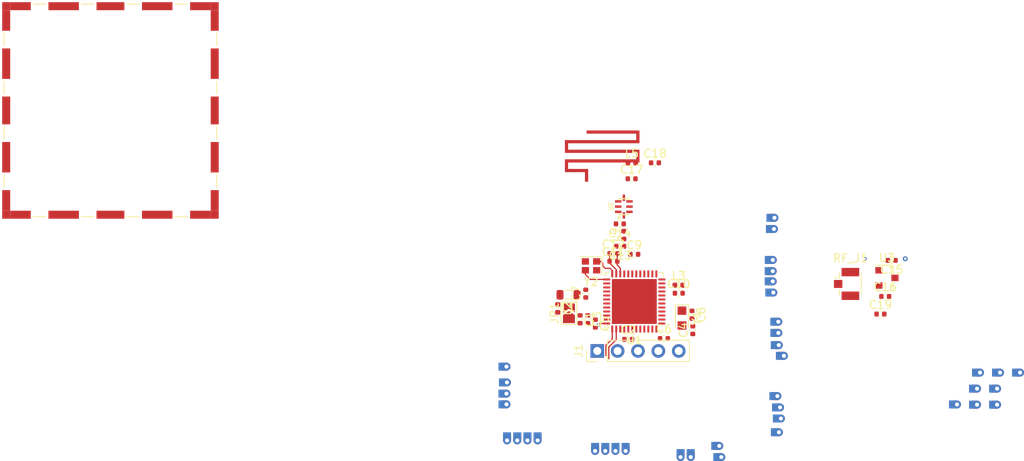
<source format=kicad_pcb>
(kicad_pcb (version 20171130) (host pcbnew 5.1.10-88a1d61d58~90~ubuntu20.04.1)

  (general
    (thickness 1.6)
    (drawings 4)
    (tracks 31)
    (zones 0)
    (modules 72)
    (nets 52)
  )

  (page A4)
  (layers
    (0 F.Cu signal)
    (1 GND.Cu signal)
    (2 PWR.Cu signal)
    (31 B.Cu signal)
    (32 B.Adhes user hide)
    (33 F.Adhes user hide)
    (34 B.Paste user hide)
    (35 F.Paste user hide)
    (36 B.SilkS user hide)
    (37 F.SilkS user hide)
    (38 B.Mask user)
    (39 F.Mask user)
    (40 Dwgs.User user)
    (41 Cmts.User user)
    (42 Eco1.User user)
    (43 Eco2.User user hide)
    (44 Edge.Cuts user hide)
    (45 Margin user hide)
    (46 B.CrtYd user hide)
    (47 F.CrtYd user hide)
    (48 B.Fab user hide)
    (49 F.Fab user hide)
  )

  (setup
    (last_trace_width 0.15)
    (user_trace_width 0.15)
    (user_trace_width 0.2)
    (user_trace_width 0.25)
    (user_trace_width 0.3)
    (user_trace_width 0.4)
    (user_trace_width 0.5)
    (user_trace_width 0.6)
    (user_trace_width 0.8)
    (user_trace_width 1)
    (trace_clearance 0.15)
    (zone_clearance 0.508)
    (zone_45_only no)
    (trace_min 0.15)
    (via_size 0.4)
    (via_drill 0.2)
    (via_min_size 0.4)
    (via_min_drill 0.2)
    (user_via 0.4 0.2)
    (user_via 0.6 0.3)
    (uvia_size 0.3)
    (uvia_drill 0.1)
    (uvias_allowed no)
    (uvia_min_size 0.2)
    (uvia_min_drill 0.1)
    (edge_width 0.05)
    (segment_width 0.2)
    (pcb_text_width 0.3)
    (pcb_text_size 1.5 1.5)
    (mod_edge_width 0.12)
    (mod_text_size 1 1)
    (mod_text_width 0.15)
    (pad_size 1.524 1.524)
    (pad_drill 0.762)
    (pad_to_mask_clearance 0.07)
    (solder_mask_min_width 0.06)
    (aux_axis_origin 0 0)
    (visible_elements FFFFFF7F)
    (pcbplotparams
      (layerselection 0x010fc_ffffffff)
      (usegerberextensions false)
      (usegerberattributes true)
      (usegerberadvancedattributes true)
      (creategerberjobfile true)
      (excludeedgelayer true)
      (linewidth 0.100000)
      (plotframeref false)
      (viasonmask false)
      (mode 1)
      (useauxorigin false)
      (hpglpennumber 1)
      (hpglpenspeed 20)
      (hpglpendiameter 15.000000)
      (psnegative false)
      (psa4output false)
      (plotreference true)
      (plotvalue true)
      (plotinvisibletext false)
      (padsonsilk false)
      (subtractmaskfromsilk false)
      (outputformat 1)
      (mirror false)
      (drillshape 1)
      (scaleselection 1)
      (outputdirectory ""))
  )

  (net 0 "")
  (net 1 "Net-(AE1-Pad1)")
  (net 2 GND)
  (net 3 "Net-(C1-Pad1)")
  (net 4 +3V3)
  (net 5 "Net-(C4-Pad1)")
  (net 6 "Net-(C7-Pad1)")
  (net 7 "Net-(C8-Pad1)")
  (net 8 "Net-(C10-Pad1)")
  (net 9 "Net-(C11-Pad1)")
  (net 10 "Net-(C13-Pad1)")
  (net 11 "Net-(C14-Pad1)")
  (net 12 +5V)
  (net 13 /SWDIO)
  (net 14 /SWDCLK)
  (net 15 /NRST)
  (net 16 "Net-(J2-Pad1)")
  (net 17 "Net-(J3-Pad1)")
  (net 18 "Net-(J4-Pad1)")
  (net 19 "Net-(J5-Pad1)")
  (net 20 "Net-(J6-Pad1)")
  (net 21 "Net-(J7-Pad1)")
  (net 22 "Net-(J8-Pad1)")
  (net 23 "Net-(J9-Pad1)")
  (net 24 "Net-(J10-Pad1)")
  (net 25 "Net-(J11-Pad1)")
  (net 26 "Net-(J12-Pad1)")
  (net 27 "Net-(J13-Pad1)")
  (net 28 "Net-(J14-Pad1)")
  (net 29 "Net-(J15-Pad1)")
  (net 30 "Net-(J16-Pad1)")
  (net 31 "Net-(J17-Pad1)")
  (net 32 "Net-(J18-Pad1)")
  (net 33 "Net-(J19-Pad1)")
  (net 34 "Net-(J20-Pad1)")
  (net 35 "Net-(J21-Pad1)")
  (net 36 "Net-(J22-Pad1)")
  (net 37 "Net-(J23-Pad1)")
  (net 38 "Net-(J24-Pad1)")
  (net 39 "Net-(J25-Pad1)")
  (net 40 "Net-(J26-Pad1)")
  (net 41 "Net-(J27-Pad1)")
  (net 42 "Net-(J28-Pad1)")
  (net 43 "Net-(JP1-Pad2)")
  (net 44 "Net-(U1-Pad27)")
  (net 45 "Net-(U1-Pad26)")
  (net 46 "Net-(U1-Pad25)")
  (net 47 "Net-(U1-Pad24)")
  (net 48 "Net-(C17-Pad1)")
  (net 49 "Net-(U2-Pad2)")
  (net 50 "Net-(U2-Pad6)")
  (net 51 "Net-(L1-Pad2)")

  (net_class Default "This is the default net class."
    (clearance 0.15)
    (trace_width 0.15)
    (via_dia 0.4)
    (via_drill 0.2)
    (uvia_dia 0.3)
    (uvia_drill 0.1)
    (add_net +3V3)
    (add_net +5V)
    (add_net /NRST)
    (add_net /SWDCLK)
    (add_net /SWDIO)
    (add_net GND)
    (add_net "Net-(AE1-Pad1)")
    (add_net "Net-(C1-Pad1)")
    (add_net "Net-(C10-Pad1)")
    (add_net "Net-(C11-Pad1)")
    (add_net "Net-(C13-Pad1)")
    (add_net "Net-(C14-Pad1)")
    (add_net "Net-(C17-Pad1)")
    (add_net "Net-(C4-Pad1)")
    (add_net "Net-(C7-Pad1)")
    (add_net "Net-(C8-Pad1)")
    (add_net "Net-(J10-Pad1)")
    (add_net "Net-(J11-Pad1)")
    (add_net "Net-(J12-Pad1)")
    (add_net "Net-(J13-Pad1)")
    (add_net "Net-(J14-Pad1)")
    (add_net "Net-(J15-Pad1)")
    (add_net "Net-(J16-Pad1)")
    (add_net "Net-(J17-Pad1)")
    (add_net "Net-(J18-Pad1)")
    (add_net "Net-(J19-Pad1)")
    (add_net "Net-(J2-Pad1)")
    (add_net "Net-(J20-Pad1)")
    (add_net "Net-(J21-Pad1)")
    (add_net "Net-(J22-Pad1)")
    (add_net "Net-(J23-Pad1)")
    (add_net "Net-(J24-Pad1)")
    (add_net "Net-(J25-Pad1)")
    (add_net "Net-(J26-Pad1)")
    (add_net "Net-(J27-Pad1)")
    (add_net "Net-(J28-Pad1)")
    (add_net "Net-(J3-Pad1)")
    (add_net "Net-(J4-Pad1)")
    (add_net "Net-(J5-Pad1)")
    (add_net "Net-(J6-Pad1)")
    (add_net "Net-(J7-Pad1)")
    (add_net "Net-(J8-Pad1)")
    (add_net "Net-(J9-Pad1)")
    (add_net "Net-(JP1-Pad2)")
    (add_net "Net-(L1-Pad2)")
    (add_net "Net-(U1-Pad24)")
    (add_net "Net-(U1-Pad25)")
    (add_net "Net-(U1-Pad26)")
    (add_net "Net-(U1-Pad27)")
    (add_net "Net-(U2-Pad2)")
    (add_net "Net-(U2-Pad6)")
  )

  (module Capacitor_SMD:C_0402_1005Metric (layer F.Cu) (tedit 5F68FEEE) (tstamp 61612642)
    (at 113.6015 95.3135)
    (descr "Capacitor SMD 0402 (1005 Metric), square (rectangular) end terminal, IPC_7351 nominal, (Body size source: IPC-SM-782 page 76, https://www.pcb-3d.com/wordpress/wp-content/uploads/ipc-sm-782a_amendment_1_and_2.pdf), generated with kicad-footprint-generator")
    (tags capacitor)
    (path /615B503E)
    (attr smd)
    (fp_text reference C11 (at 0 -1.16) (layer F.SilkS)
      (effects (font (size 1 1) (thickness 0.15)))
    )
    (fp_text value 100p (at 0 1.16) (layer F.Fab)
      (effects (font (size 1 1) (thickness 0.15)))
    )
    (fp_line (start 0.91 0.46) (end -0.91 0.46) (layer F.CrtYd) (width 0.05))
    (fp_line (start 0.91 -0.46) (end 0.91 0.46) (layer F.CrtYd) (width 0.05))
    (fp_line (start -0.91 -0.46) (end 0.91 -0.46) (layer F.CrtYd) (width 0.05))
    (fp_line (start -0.91 0.46) (end -0.91 -0.46) (layer F.CrtYd) (width 0.05))
    (fp_line (start -0.107836 0.36) (end 0.107836 0.36) (layer F.SilkS) (width 0.12))
    (fp_line (start -0.107836 -0.36) (end 0.107836 -0.36) (layer F.SilkS) (width 0.12))
    (fp_line (start 0.5 0.25) (end -0.5 0.25) (layer F.Fab) (width 0.1))
    (fp_line (start 0.5 -0.25) (end 0.5 0.25) (layer F.Fab) (width 0.1))
    (fp_line (start -0.5 -0.25) (end 0.5 -0.25) (layer F.Fab) (width 0.1))
    (fp_line (start -0.5 0.25) (end -0.5 -0.25) (layer F.Fab) (width 0.1))
    (fp_text user %R (at 0 0) (layer F.Fab)
      (effects (font (size 0.25 0.25) (thickness 0.04)))
    )
    (pad 2 smd roundrect (at 0.48 0) (size 0.56 0.62) (layers F.Cu F.Paste F.Mask) (roundrect_rratio 0.25)
      (net 2 GND))
    (pad 1 smd roundrect (at -0.48 0) (size 0.56 0.62) (layers F.Cu F.Paste F.Mask) (roundrect_rratio 0.25)
      (net 9 "Net-(C11-Pad1)"))
    (model ${KISYS3DMOD}/Capacitor_SMD.3dshapes/C_0402_1005Metric.wrl
      (at (xyz 0 0 0))
      (scale (xyz 1 1 1))
      (rotate (xyz 0 0 0))
    )
  )

  (module Yame_library:Castellated (layer F.Cu) (tedit 616134C1) (tstamp 6161258A)
    (at 134.8615 107.107)
    (path /61671E2D)
    (fp_text reference J5 (at 0 0) (layer F.SilkS) hide
      (effects (font (size 1 1) (thickness 0.15)))
    )
    (fp_text value Conn_01x01 (at 0 0) (layer F.SilkS) hide
      (effects (font (size 1 1) (thickness 0.15)))
    )
    (pad 1 smd rect (at -0.5 0) (size 1 1) (layers B.Cu B.Mask)
      (net 19 "Net-(J5-Pad1)"))
    (pad 1 thru_hole circle (at 0 0) (size 1 1) (drill 0.5) (layers *.Cu *.Mask)
      (net 19 "Net-(J5-Pad1)"))
    (pad 1 smd rect (at -0.3 0) (size 0.6 1) (layers F.Cu F.Mask)
      (net 19 "Net-(J5-Pad1)"))
  )

  (module Crystal:Crystal_SMD_2016-4Pin_2.0x1.6mm (layer F.Cu) (tedit 5A0FD1B2) (tstamp 61612436)
    (at 110.8075 95.885 180)
    (descr "SMD Crystal SERIES SMD2016/4 http://www.q-crystal.com/upload/5/2015552223166229.pdf, 2.0x1.6mm^2 package")
    (tags "SMD SMT crystal")
    (path /6151146D)
    (attr smd)
    (fp_text reference Y2 (at 0 -2) (layer F.SilkS)
      (effects (font (size 1 1) (thickness 0.15)))
    )
    (fp_text value NX2016_32M (at 0 2) (layer F.Fab)
      (effects (font (size 1 1) (thickness 0.15)))
    )
    (fp_line (start 1.4 -1.3) (end -1.4 -1.3) (layer F.CrtYd) (width 0.05))
    (fp_line (start 1.4 1.3) (end 1.4 -1.3) (layer F.CrtYd) (width 0.05))
    (fp_line (start -1.4 1.3) (end 1.4 1.3) (layer F.CrtYd) (width 0.05))
    (fp_line (start -1.4 -1.3) (end -1.4 1.3) (layer F.CrtYd) (width 0.05))
    (fp_line (start -1.35 1.15) (end 1.35 1.15) (layer F.SilkS) (width 0.12))
    (fp_line (start -1.35 -1.15) (end -1.35 1.15) (layer F.SilkS) (width 0.12))
    (fp_line (start -1 0.3) (end -0.5 0.8) (layer F.Fab) (width 0.1))
    (fp_line (start -1 -0.7) (end -0.9 -0.8) (layer F.Fab) (width 0.1))
    (fp_line (start -1 0.7) (end -1 -0.7) (layer F.Fab) (width 0.1))
    (fp_line (start -0.9 0.8) (end -1 0.7) (layer F.Fab) (width 0.1))
    (fp_line (start 0.9 0.8) (end -0.9 0.8) (layer F.Fab) (width 0.1))
    (fp_line (start 1 0.7) (end 0.9 0.8) (layer F.Fab) (width 0.1))
    (fp_line (start 1 -0.7) (end 1 0.7) (layer F.Fab) (width 0.1))
    (fp_line (start 0.9 -0.8) (end 1 -0.7) (layer F.Fab) (width 0.1))
    (fp_line (start -0.9 -0.8) (end 0.9 -0.8) (layer F.Fab) (width 0.1))
    (fp_text user %R (at 0 0) (layer F.Fab)
      (effects (font (size 0.5 0.5) (thickness 0.075)))
    )
    (pad 4 smd rect (at -0.7 -0.55 180) (size 0.9 0.8) (layers F.Cu F.Paste F.Mask)
      (net 2 GND))
    (pad 3 smd rect (at 0.7 -0.55 180) (size 0.9 0.8) (layers F.Cu F.Paste F.Mask)
      (net 46 "Net-(U1-Pad25)"))
    (pad 2 smd rect (at 0.7 0.55 180) (size 0.9 0.8) (layers F.Cu F.Paste F.Mask)
      (net 2 GND))
    (pad 1 smd rect (at -0.7 0.55 180) (size 0.9 0.8) (layers F.Cu F.Paste F.Mask)
      (net 47 "Net-(U1-Pad24)"))
    (model ${KISYS3DMOD}/Crystal.3dshapes/Crystal_SMD_2016-4Pin_2.0x1.6mm.wrl
      (at (xyz 0 0 0))
      (scale (xyz 1 1 1))
      (rotate (xyz 0 0 0))
    )
  )

  (module Crystal:Crystal_SMD_2012-2Pin_2.0x1.2mm_HandSoldering (layer F.Cu) (tedit 5A0FD1B2) (tstamp 6164B2DD)
    (at 122.15 102.4 270)
    (descr "SMD Crystal 2012/2 http://txccrystal.com/images/pdf/9ht11.pdf, hand-soldering, 2.0x1.2mm^2 package")
    (tags "SMD SMT crystal hand-soldering")
    (path /61510B94)
    (attr smd)
    (fp_text reference Y1 (at 0 -1.8 90) (layer F.SilkS)
      (effects (font (size 1 1) (thickness 0.15)))
    )
    (fp_text value NX2012SA_32-768kHz (at 0 1.8 90) (layer F.Fab)
      (effects (font (size 1 1) (thickness 0.15)))
    )
    (fp_circle (center 0 0) (end 0.046667 0) (layer F.Adhes) (width 0.093333))
    (fp_circle (center 0 0) (end 0.106667 0) (layer F.Adhes) (width 0.066667))
    (fp_circle (center 0 0) (end 0.166667 0) (layer F.Adhes) (width 0.066667))
    (fp_circle (center 0 0) (end 0.2 0) (layer F.Adhes) (width 0.1))
    (fp_line (start 1.7 -0.9) (end -1.7 -0.9) (layer F.CrtYd) (width 0.05))
    (fp_line (start 1.7 0.9) (end 1.7 -0.9) (layer F.CrtYd) (width 0.05))
    (fp_line (start -1.7 0.9) (end 1.7 0.9) (layer F.CrtYd) (width 0.05))
    (fp_line (start -1.7 -0.9) (end -1.7 0.9) (layer F.CrtYd) (width 0.05))
    (fp_line (start -1.65 0.8) (end 1.2 0.8) (layer F.SilkS) (width 0.12))
    (fp_line (start -1.65 -0.8) (end -1.65 0.8) (layer F.SilkS) (width 0.12))
    (fp_line (start 1.2 -0.8) (end -1.65 -0.8) (layer F.SilkS) (width 0.12))
    (fp_line (start -1 0.1) (end -0.5 0.6) (layer F.Fab) (width 0.1))
    (fp_line (start 1 -0.6) (end -1 -0.6) (layer F.Fab) (width 0.1))
    (fp_line (start 1 0.6) (end 1 -0.6) (layer F.Fab) (width 0.1))
    (fp_line (start -1 0.6) (end 1 0.6) (layer F.Fab) (width 0.1))
    (fp_line (start -1 -0.6) (end -1 0.6) (layer F.Fab) (width 0.1))
    (fp_text user %R (at 0 0 90) (layer F.Fab)
      (effects (font (size 0.5 0.5) (thickness 0.075)))
    )
    (pad 2 smd rect (at 0.925 0 270) (size 1.05 1.1) (layers F.Cu F.Paste F.Mask)
      (net 5 "Net-(C4-Pad1)"))
    (pad 1 smd rect (at -0.925 0 270) (size 1.05 1.1) (layers F.Cu F.Paste F.Mask)
      (net 7 "Net-(C8-Pad1)"))
    (model ${KISYS3DMOD}/Crystal.3dshapes/Crystal_SMD_2012-2Pin_2.0x1.2mm_HandSoldering.wrl
      (at (xyz 0 0 0))
      (scale (xyz 1 1 1))
      (rotate (xyz 0 0 0))
    )
  )

  (module Package_TO_SOT_SMD:SOT-23 (layer F.Cu) (tedit 5A02FF57) (tstamp 616124BA)
    (at 147.71 97.39)
    (descr "SOT-23, Standard")
    (tags SOT-23)
    (path /615251A2)
    (attr smd)
    (fp_text reference U3 (at 0 -2.5) (layer F.SilkS)
      (effects (font (size 1 1) (thickness 0.15)))
    )
    (fp_text value MCP1700-3302E_SOT23 (at 0 2.5) (layer F.Fab)
      (effects (font (size 1 1) (thickness 0.15)))
    )
    (fp_line (start 0.76 1.58) (end -0.7 1.58) (layer F.SilkS) (width 0.12))
    (fp_line (start 0.76 -1.58) (end -1.4 -1.58) (layer F.SilkS) (width 0.12))
    (fp_line (start -1.7 1.75) (end -1.7 -1.75) (layer F.CrtYd) (width 0.05))
    (fp_line (start 1.7 1.75) (end -1.7 1.75) (layer F.CrtYd) (width 0.05))
    (fp_line (start 1.7 -1.75) (end 1.7 1.75) (layer F.CrtYd) (width 0.05))
    (fp_line (start -1.7 -1.75) (end 1.7 -1.75) (layer F.CrtYd) (width 0.05))
    (fp_line (start 0.76 -1.58) (end 0.76 -0.65) (layer F.SilkS) (width 0.12))
    (fp_line (start 0.76 1.58) (end 0.76 0.65) (layer F.SilkS) (width 0.12))
    (fp_line (start -0.7 1.52) (end 0.7 1.52) (layer F.Fab) (width 0.1))
    (fp_line (start 0.7 -1.52) (end 0.7 1.52) (layer F.Fab) (width 0.1))
    (fp_line (start -0.7 -0.95) (end -0.15 -1.52) (layer F.Fab) (width 0.1))
    (fp_line (start -0.15 -1.52) (end 0.7 -1.52) (layer F.Fab) (width 0.1))
    (fp_line (start -0.7 -0.95) (end -0.7 1.5) (layer F.Fab) (width 0.1))
    (fp_text user %R (at 0 0 90) (layer F.Fab)
      (effects (font (size 0.5 0.5) (thickness 0.075)))
    )
    (pad 3 smd rect (at 1 0) (size 0.9 0.8) (layers F.Cu F.Paste F.Mask)
      (net 12 +5V))
    (pad 2 smd rect (at -1 0.95) (size 0.9 0.8) (layers F.Cu F.Paste F.Mask)
      (net 4 +3V3))
    (pad 1 smd rect (at -1 -0.95) (size 0.9 0.8) (layers F.Cu F.Paste F.Mask)
      (net 2 GND))
    (model ${KISYS3DMOD}/Package_TO_SOT_SMD.3dshapes/SOT-23.wrl
      (at (xyz 0 0 0))
      (scale (xyz 1 1 1))
      (rotate (xyz 0 0 0))
    )
  )

  (module Package_DFN_QFN:QFN-48-1EP_7x7mm_P0.5mm_EP5.6x5.6mm (layer F.Cu) (tedit 5DC5F6A5) (tstamp 61637A9A)
    (at 116.205 100.33 180)
    (descr "QFN, 48 Pin (http://www.st.com/resource/en/datasheet/stm32f042k6.pdf#page=94), generated with kicad-footprint-generator ipc_noLead_generator.py")
    (tags "QFN NoLead")
    (path /61507DE4)
    (attr smd)
    (fp_text reference U1 (at 0 -4.82) (layer F.SilkS)
      (effects (font (size 1 1) (thickness 0.15)))
    )
    (fp_text value STM32WB55Cx (at 0 4.82) (layer F.Fab)
      (effects (font (size 1 1) (thickness 0.15)))
    )
    (fp_line (start 4.12 -4.12) (end -4.12 -4.12) (layer F.CrtYd) (width 0.05))
    (fp_line (start 4.12 4.12) (end 4.12 -4.12) (layer F.CrtYd) (width 0.05))
    (fp_line (start -4.12 4.12) (end 4.12 4.12) (layer F.CrtYd) (width 0.05))
    (fp_line (start -4.12 -4.12) (end -4.12 4.12) (layer F.CrtYd) (width 0.05))
    (fp_line (start -3.5 -2.5) (end -2.5 -3.5) (layer F.Fab) (width 0.1))
    (fp_line (start -3.5 3.5) (end -3.5 -2.5) (layer F.Fab) (width 0.1))
    (fp_line (start 3.5 3.5) (end -3.5 3.5) (layer F.Fab) (width 0.1))
    (fp_line (start 3.5 -3.5) (end 3.5 3.5) (layer F.Fab) (width 0.1))
    (fp_line (start -2.5 -3.5) (end 3.5 -3.5) (layer F.Fab) (width 0.1))
    (fp_line (start -3.135 -3.61) (end -3.61 -3.61) (layer F.SilkS) (width 0.12))
    (fp_line (start 3.61 3.61) (end 3.61 3.135) (layer F.SilkS) (width 0.12))
    (fp_line (start 3.135 3.61) (end 3.61 3.61) (layer F.SilkS) (width 0.12))
    (fp_line (start -3.61 3.61) (end -3.61 3.135) (layer F.SilkS) (width 0.12))
    (fp_line (start -3.135 3.61) (end -3.61 3.61) (layer F.SilkS) (width 0.12))
    (fp_line (start 3.61 -3.61) (end 3.61 -3.135) (layer F.SilkS) (width 0.12))
    (fp_line (start 3.135 -3.61) (end 3.61 -3.61) (layer F.SilkS) (width 0.12))
    (fp_text user %R (at 0 0) (layer F.Fab)
      (effects (font (size 1 1) (thickness 0.15)))
    )
    (pad "" smd roundrect (at 2.1 2.1 180) (size 1.13 1.13) (layers F.Paste) (roundrect_rratio 0.221239))
    (pad "" smd roundrect (at 2.1 0.7 180) (size 1.13 1.13) (layers F.Paste) (roundrect_rratio 0.221239))
    (pad "" smd roundrect (at 2.1 -0.7 180) (size 1.13 1.13) (layers F.Paste) (roundrect_rratio 0.221239))
    (pad "" smd roundrect (at 2.1 -2.1 180) (size 1.13 1.13) (layers F.Paste) (roundrect_rratio 0.221239))
    (pad "" smd roundrect (at 0.7 2.1 180) (size 1.13 1.13) (layers F.Paste) (roundrect_rratio 0.221239))
    (pad "" smd roundrect (at 0.7 0.7 180) (size 1.13 1.13) (layers F.Paste) (roundrect_rratio 0.221239))
    (pad "" smd roundrect (at 0.7 -0.7 180) (size 1.13 1.13) (layers F.Paste) (roundrect_rratio 0.221239))
    (pad "" smd roundrect (at 0.7 -2.1 180) (size 1.13 1.13) (layers F.Paste) (roundrect_rratio 0.221239))
    (pad "" smd roundrect (at -0.7 2.1 180) (size 1.13 1.13) (layers F.Paste) (roundrect_rratio 0.221239))
    (pad "" smd roundrect (at -0.7 0.7 180) (size 1.13 1.13) (layers F.Paste) (roundrect_rratio 0.221239))
    (pad "" smd roundrect (at -0.7 -0.7 180) (size 1.13 1.13) (layers F.Paste) (roundrect_rratio 0.221239))
    (pad "" smd roundrect (at -0.7 -2.1 180) (size 1.13 1.13) (layers F.Paste) (roundrect_rratio 0.221239))
    (pad "" smd roundrect (at -2.1 2.1 180) (size 1.13 1.13) (layers F.Paste) (roundrect_rratio 0.221239))
    (pad "" smd roundrect (at -2.1 0.7 180) (size 1.13 1.13) (layers F.Paste) (roundrect_rratio 0.221239))
    (pad "" smd roundrect (at -2.1 -0.7 180) (size 1.13 1.13) (layers F.Paste) (roundrect_rratio 0.221239))
    (pad "" smd roundrect (at -2.1 -2.1 180) (size 1.13 1.13) (layers F.Paste) (roundrect_rratio 0.221239))
    (pad 49 smd rect (at 0 0 180) (size 5.6 5.6) (layers F.Cu F.Mask)
      (net 2 GND))
    (pad 48 smd roundrect (at -2.75 -3.4375 180) (size 0.25 0.875) (layers F.Cu F.Paste F.Mask) (roundrect_rratio 0.25)
      (net 4 +3V3))
    (pad 47 smd roundrect (at -2.25 -3.4375 180) (size 0.25 0.875) (layers F.Cu F.Paste F.Mask) (roundrect_rratio 0.25)
      (net 39 "Net-(J25-Pad1)"))
    (pad 46 smd roundrect (at -1.75 -3.4375 180) (size 0.25 0.875) (layers F.Cu F.Paste F.Mask) (roundrect_rratio 0.25)
      (net 38 "Net-(J24-Pad1)"))
    (pad 45 smd roundrect (at -1.25 -3.4375 180) (size 0.25 0.875) (layers F.Cu F.Paste F.Mask) (roundrect_rratio 0.25)
      (net 37 "Net-(J23-Pad1)"))
    (pad 44 smd roundrect (at -0.75 -3.4375 180) (size 0.25 0.875) (layers F.Cu F.Paste F.Mask) (roundrect_rratio 0.25)
      (net 36 "Net-(J22-Pad1)"))
    (pad 43 smd roundrect (at -0.25 -3.4375 180) (size 0.25 0.875) (layers F.Cu F.Paste F.Mask) (roundrect_rratio 0.25)
      (net 35 "Net-(J21-Pad1)"))
    (pad 42 smd roundrect (at 0.25 -3.4375 180) (size 0.25 0.875) (layers F.Cu F.Paste F.Mask) (roundrect_rratio 0.25)
      (net 31 "Net-(J17-Pad1)"))
    (pad 41 smd roundrect (at 0.75 -3.4375 180) (size 0.25 0.875) (layers F.Cu F.Paste F.Mask) (roundrect_rratio 0.25)
      (net 14 /SWDCLK))
    (pad 40 smd roundrect (at 1.25 -3.4375 180) (size 0.25 0.875) (layers F.Cu F.Paste F.Mask) (roundrect_rratio 0.25)
      (net 4 +3V3))
    (pad 39 smd roundrect (at 1.75 -3.4375 180) (size 0.25 0.875) (layers F.Cu F.Paste F.Mask) (roundrect_rratio 0.25)
      (net 13 /SWDIO))
    (pad 38 smd roundrect (at 2.25 -3.4375 180) (size 0.25 0.875) (layers F.Cu F.Paste F.Mask) (roundrect_rratio 0.25)
      (net 30 "Net-(J16-Pad1)"))
    (pad 37 smd roundrect (at 2.75 -3.4375 180) (size 0.25 0.875) (layers F.Cu F.Paste F.Mask) (roundrect_rratio 0.25)
      (net 29 "Net-(J15-Pad1)"))
    (pad 36 smd roundrect (at 3.4375 -2.75 180) (size 0.875 0.25) (layers F.Cu F.Paste F.Mask) (roundrect_rratio 0.25)
      (net 28 "Net-(J14-Pad1)"))
    (pad 35 smd roundrect (at 3.4375 -2.25 180) (size 0.875 0.25) (layers F.Cu F.Paste F.Mask) (roundrect_rratio 0.25)
      (net 4 +3V3))
    (pad 34 smd roundrect (at 3.4375 -1.75 180) (size 0.875 0.25) (layers F.Cu F.Paste F.Mask) (roundrect_rratio 0.25)
      (net 3 "Net-(C1-Pad1)"))
    (pad 33 smd roundrect (at 3.4375 -1.25 180) (size 0.875 0.25) (layers F.Cu F.Paste F.Mask) (roundrect_rratio 0.25)
      (net 43 "Net-(JP1-Pad2)"))
    (pad 32 smd roundrect (at 3.4375 -0.75 180) (size 0.875 0.25) (layers F.Cu F.Paste F.Mask) (roundrect_rratio 0.25)
      (net 2 GND))
    (pad 31 smd roundrect (at 3.4375 -0.25 180) (size 0.875 0.25) (layers F.Cu F.Paste F.Mask) (roundrect_rratio 0.25)
      (net 6 "Net-(C7-Pad1)"))
    (pad 30 smd roundrect (at 3.4375 0.25 180) (size 0.875 0.25) (layers F.Cu F.Paste F.Mask) (roundrect_rratio 0.25)
      (net 42 "Net-(J28-Pad1)"))
    (pad 29 smd roundrect (at 3.4375 0.75 180) (size 0.875 0.25) (layers F.Cu F.Paste F.Mask) (roundrect_rratio 0.25)
      (net 33 "Net-(J19-Pad1)"))
    (pad 28 smd roundrect (at 3.4375 1.25 180) (size 0.875 0.25) (layers F.Cu F.Paste F.Mask) (roundrect_rratio 0.25)
      (net 32 "Net-(J18-Pad1)"))
    (pad 27 smd roundrect (at 3.4375 1.75 180) (size 0.875 0.25) (layers F.Cu F.Paste F.Mask) (roundrect_rratio 0.25)
      (net 44 "Net-(U1-Pad27)"))
    (pad 26 smd roundrect (at 3.4375 2.25 180) (size 0.875 0.25) (layers F.Cu F.Paste F.Mask) (roundrect_rratio 0.25)
      (net 45 "Net-(U1-Pad26)"))
    (pad 25 smd roundrect (at 3.4375 2.75 180) (size 0.875 0.25) (layers F.Cu F.Paste F.Mask) (roundrect_rratio 0.25)
      (net 46 "Net-(U1-Pad25)"))
    (pad 24 smd roundrect (at 2.75 3.4375 180) (size 0.25 0.875) (layers F.Cu F.Paste F.Mask) (roundrect_rratio 0.25)
      (net 47 "Net-(U1-Pad24)"))
    (pad 23 smd roundrect (at 2.25 3.4375 180) (size 0.25 0.875) (layers F.Cu F.Paste F.Mask) (roundrect_rratio 0.25)
      (net 9 "Net-(C11-Pad1)"))
    (pad 22 smd roundrect (at 1.75 3.4375 180) (size 0.25 0.875) (layers F.Cu F.Paste F.Mask) (roundrect_rratio 0.25)
      (net 2 GND))
    (pad 21 smd roundrect (at 1.25 3.4375 180) (size 0.25 0.875) (layers F.Cu F.Paste F.Mask) (roundrect_rratio 0.25)
      (net 10 "Net-(C13-Pad1)"))
    (pad 20 smd roundrect (at 0.75 3.4375 180) (size 0.25 0.875) (layers F.Cu F.Paste F.Mask) (roundrect_rratio 0.25)
      (net 4 +3V3))
    (pad 19 smd roundrect (at 0.25 3.4375 180) (size 0.25 0.875) (layers F.Cu F.Paste F.Mask) (roundrect_rratio 0.25)
      (net 34 "Net-(J20-Pad1)"))
    (pad 18 smd roundrect (at -0.25 3.4375 180) (size 0.25 0.875) (layers F.Cu F.Paste F.Mask) (roundrect_rratio 0.25)
      (net 27 "Net-(J13-Pad1)"))
    (pad 17 smd roundrect (at -0.75 3.4375 180) (size 0.25 0.875) (layers F.Cu F.Paste F.Mask) (roundrect_rratio 0.25)
      (net 26 "Net-(J12-Pad1)"))
    (pad 16 smd roundrect (at -1.25 3.4375 180) (size 0.25 0.875) (layers F.Cu F.Paste F.Mask) (roundrect_rratio 0.25)
      (net 25 "Net-(J11-Pad1)"))
    (pad 15 smd roundrect (at -1.75 3.4375 180) (size 0.25 0.875) (layers F.Cu F.Paste F.Mask) (roundrect_rratio 0.25)
      (net 24 "Net-(J10-Pad1)"))
    (pad 14 smd roundrect (at -2.25 3.4375 180) (size 0.25 0.875) (layers F.Cu F.Paste F.Mask) (roundrect_rratio 0.25)
      (net 23 "Net-(J9-Pad1)"))
    (pad 13 smd roundrect (at -2.75 3.4375 180) (size 0.25 0.875) (layers F.Cu F.Paste F.Mask) (roundrect_rratio 0.25)
      (net 22 "Net-(J8-Pad1)"))
    (pad 12 smd roundrect (at -3.4375 2.75 180) (size 0.875 0.25) (layers F.Cu F.Paste F.Mask) (roundrect_rratio 0.25)
      (net 21 "Net-(J7-Pad1)"))
    (pad 11 smd roundrect (at -3.4375 2.25 180) (size 0.875 0.25) (layers F.Cu F.Paste F.Mask) (roundrect_rratio 0.25)
      (net 20 "Net-(J6-Pad1)"))
    (pad 10 smd roundrect (at -3.4375 1.75 180) (size 0.875 0.25) (layers F.Cu F.Paste F.Mask) (roundrect_rratio 0.25)
      (net 19 "Net-(J5-Pad1)"))
    (pad 9 smd roundrect (at -3.4375 1.25 180) (size 0.875 0.25) (layers F.Cu F.Paste F.Mask) (roundrect_rratio 0.25)
      (net 18 "Net-(J4-Pad1)"))
    (pad 8 smd roundrect (at -3.4375 0.75 180) (size 0.875 0.25) (layers F.Cu F.Paste F.Mask) (roundrect_rratio 0.25)
      (net 8 "Net-(C10-Pad1)"))
    (pad 7 smd roundrect (at -3.4375 0.25 180) (size 0.875 0.25) (layers F.Cu F.Paste F.Mask) (roundrect_rratio 0.25)
      (net 15 /NRST))
    (pad 6 smd roundrect (at -3.4375 -0.25 180) (size 0.875 0.25) (layers F.Cu F.Paste F.Mask) (roundrect_rratio 0.25)
      (net 41 "Net-(J27-Pad1)"))
    (pad 5 smd roundrect (at -3.4375 -0.75 180) (size 0.875 0.25) (layers F.Cu F.Paste F.Mask) (roundrect_rratio 0.25)
      (net 40 "Net-(J26-Pad1)"))
    (pad 4 smd roundrect (at -3.4375 -1.25 180) (size 0.875 0.25) (layers F.Cu F.Paste F.Mask) (roundrect_rratio 0.25)
      (net 17 "Net-(J3-Pad1)"))
    (pad 3 smd roundrect (at -3.4375 -1.75 180) (size 0.875 0.25) (layers F.Cu F.Paste F.Mask) (roundrect_rratio 0.25)
      (net 7 "Net-(C8-Pad1)"))
    (pad 2 smd roundrect (at -3.4375 -2.25 180) (size 0.875 0.25) (layers F.Cu F.Paste F.Mask) (roundrect_rratio 0.25)
      (net 5 "Net-(C4-Pad1)"))
    (pad 1 smd roundrect (at -3.4375 -2.75 180) (size 0.875 0.25) (layers F.Cu F.Paste F.Mask) (roundrect_rratio 0.25)
      (net 16 "Net-(J2-Pad1)"))
    (model ${KISYS3DMOD}/Package_DFN_QFN.3dshapes/QFN-48-1EP_7x7mm_P0.5mm_EP5.6x5.6mm.wrl
      (at (xyz 0 0 0))
      (scale (xyz 1 1 1))
      (rotate (xyz 0 0 0))
    )
  )

  (module Connector_Coaxial:U.FL_Hirose_U.FL-R-SMT-1_Vertical (layer F.Cu) (tedit 5A1DBFC3) (tstamp 616121DE)
    (at 142.68 98.14)
    (descr "Hirose U.FL Coaxial https://www.hirose.com/product/en/products/U.FL/U.FL-R-SMT-1%2810%29/")
    (tags "Hirose U.FL Coaxial")
    (path /61738ED7)
    (attr smd)
    (fp_text reference RF_J1 (at 0.475 -3.2) (layer F.SilkS)
      (effects (font (size 1 1) (thickness 0.15)))
    )
    (fp_text value UFL (at 0.475 3.2) (layer F.Fab)
      (effects (font (size 1 1) (thickness 0.15)))
    )
    (fp_line (start -1.32 -1) (end -2.02 -1) (layer F.CrtYd) (width 0.05))
    (fp_line (start -1.32 1.8) (end -1.32 1) (layer F.CrtYd) (width 0.05))
    (fp_line (start -1.32 -1.8) (end -1.12 -1.8) (layer F.CrtYd) (width 0.05))
    (fp_line (start -1.12 -1.8) (end -1.12 -2.5) (layer F.CrtYd) (width 0.05))
    (fp_line (start 2.08 -2.5) (end -1.12 -2.5) (layer F.CrtYd) (width 0.05))
    (fp_line (start -1.32 -1) (end -1.32 -1.8) (layer F.CrtYd) (width 0.05))
    (fp_line (start 2.08 -1.8) (end 2.08 -2.5) (layer F.CrtYd) (width 0.05))
    (fp_line (start 2.08 -1.8) (end 2.28 -1.8) (layer F.CrtYd) (width 0.05))
    (fp_line (start -0.885 -1.4) (end -0.885 -0.76) (layer F.SilkS) (width 0.12))
    (fp_line (start -0.425 1.5) (end -0.425 1.3) (layer F.Fab) (width 0.1))
    (fp_line (start -0.425 1.3) (end -0.825 1.3) (layer F.Fab) (width 0.1))
    (fp_line (start -0.825 0.3) (end -0.825 1.3) (layer F.Fab) (width 0.1))
    (fp_line (start -1.075 0.3) (end -0.825 0.3) (layer F.Fab) (width 0.1))
    (fp_line (start -1.075 0.3) (end -1.075 -0.15) (layer F.Fab) (width 0.1))
    (fp_line (start -0.925 -0.3) (end -0.825 -0.3) (layer F.Fab) (width 0.1))
    (fp_line (start -0.825 -0.3) (end -0.825 -1.3) (layer F.Fab) (width 0.1))
    (fp_line (start -0.425 -1.5) (end -0.425 -1.3) (layer F.Fab) (width 0.1))
    (fp_line (start -0.425 -1.3) (end -0.825 -1.3) (layer F.Fab) (width 0.1))
    (fp_line (start -0.425 1.5) (end 1.375 1.5) (layer F.Fab) (width 0.1))
    (fp_line (start 1.375 1.5) (end 1.375 1.3) (layer F.Fab) (width 0.1))
    (fp_line (start 1.775 1.3) (end 1.375 1.3) (layer F.Fab) (width 0.1))
    (fp_line (start 1.775 -1.3) (end 1.775 1.3) (layer F.Fab) (width 0.1))
    (fp_line (start -0.425 -1.5) (end 1.375 -1.5) (layer F.Fab) (width 0.1))
    (fp_line (start 1.375 -1.5) (end 1.375 -1.3) (layer F.Fab) (width 0.1))
    (fp_line (start 1.775 -1.3) (end 1.375 -1.3) (layer F.Fab) (width 0.1))
    (fp_line (start -0.925 -0.3) (end -1.075 -0.15) (layer F.Fab) (width 0.1))
    (fp_line (start -0.885 1.4) (end -0.885 0.76) (layer F.SilkS) (width 0.12))
    (fp_line (start -0.885 -0.76) (end -1.515 -0.76) (layer F.SilkS) (width 0.12))
    (fp_line (start 1.835 -1.35) (end 1.835 1.35) (layer F.SilkS) (width 0.12))
    (fp_line (start 2.08 2.5) (end -1.12 2.5) (layer F.CrtYd) (width 0.05))
    (fp_line (start -1.12 2.5) (end -1.12 1.8) (layer F.CrtYd) (width 0.05))
    (fp_line (start -1.32 1.8) (end -1.12 1.8) (layer F.CrtYd) (width 0.05))
    (fp_line (start 2.28 1.8) (end 2.28 -1.8) (layer F.CrtYd) (width 0.05))
    (fp_line (start 2.08 2.5) (end 2.08 1.8) (layer F.CrtYd) (width 0.05))
    (fp_line (start 2.08 1.8) (end 2.28 1.8) (layer F.CrtYd) (width 0.05))
    (fp_line (start -1.32 1) (end -2.02 1) (layer F.CrtYd) (width 0.05))
    (fp_line (start -2.02 1) (end -2.02 -1) (layer F.CrtYd) (width 0.05))
    (fp_text user %R (at 0.475 0 90) (layer F.Fab)
      (effects (font (size 0.6 0.6) (thickness 0.09)))
    )
    (pad 2 smd rect (at 0.475 -1.475) (size 2.2 1.05) (layers F.Cu F.Paste F.Mask)
      (net 2 GND))
    (pad 1 smd rect (at -1.05 0) (size 1.05 1) (layers F.Cu F.Paste F.Mask)
      (net 1 "Net-(AE1-Pad1)"))
    (pad 2 smd rect (at 0.475 1.475) (size 2.2 1.05) (layers F.Cu F.Paste F.Mask)
      (net 2 GND))
    (model ${KISYS3DMOD}/Connector_Coaxial.3dshapes/U.FL_Hirose_U.FL-R-SMT-1_Vertical.wrl
      (offset (xyz 0.4749999928262157 0 0))
      (scale (xyz 1 1 1))
      (rotate (xyz 0 0 0))
    )
  )

  (module Inductor_SMD:L_0402_1005Metric (layer F.Cu) (tedit 5F68FEF0) (tstamp 61612244)
    (at 114.9 92.05 90)
    (descr "Inductor SMD 0402 (1005 Metric), square (rectangular) end terminal, IPC_7351 nominal, (Body size source: http://www.tortai-tech.com/upload/download/2011102023233369053.pdf), generated with kicad-footprint-generator")
    (tags inductor)
    (path /61528941)
    (attr smd)
    (fp_text reference L4 (at 0 -1.17 90) (layer F.SilkS)
      (effects (font (size 1 1) (thickness 0.15)))
    )
    (fp_text value L (at 0 1.17 90) (layer F.Fab)
      (effects (font (size 1 1) (thickness 0.15)))
    )
    (fp_line (start 0.93 0.47) (end -0.93 0.47) (layer F.CrtYd) (width 0.05))
    (fp_line (start 0.93 -0.47) (end 0.93 0.47) (layer F.CrtYd) (width 0.05))
    (fp_line (start -0.93 -0.47) (end 0.93 -0.47) (layer F.CrtYd) (width 0.05))
    (fp_line (start -0.93 0.47) (end -0.93 -0.47) (layer F.CrtYd) (width 0.05))
    (fp_line (start 0.5 0.25) (end -0.5 0.25) (layer F.Fab) (width 0.1))
    (fp_line (start 0.5 -0.25) (end 0.5 0.25) (layer F.Fab) (width 0.1))
    (fp_line (start -0.5 -0.25) (end 0.5 -0.25) (layer F.Fab) (width 0.1))
    (fp_line (start -0.5 0.25) (end -0.5 -0.25) (layer F.Fab) (width 0.1))
    (fp_text user %R (at 0 0 90) (layer F.Fab)
      (effects (font (size 0.25 0.25) (thickness 0.04)))
    )
    (pad 2 smd roundrect (at 0.485 0 90) (size 0.59 0.64) (layers F.Cu F.Paste F.Mask) (roundrect_rratio 0.25)
      (net 11 "Net-(C14-Pad1)"))
    (pad 1 smd roundrect (at -0.485 0 90) (size 0.59 0.64) (layers F.Cu F.Paste F.Mask) (roundrect_rratio 0.25)
      (net 10 "Net-(C13-Pad1)"))
    (model ${KISYS3DMOD}/Inductor_SMD.3dshapes/L_0402_1005Metric.wrl
      (at (xyz 0 0 0))
      (scale (xyz 1 1 1))
      (rotate (xyz 0 0 0))
    )
  )

  (module Inductor_SMD:L_0402_1005Metric (layer F.Cu) (tedit 5F68FEF0) (tstamp 6161226E)
    (at 121.75 98.3)
    (descr "Inductor SMD 0402 (1005 Metric), square (rectangular) end terminal, IPC_7351 nominal, (Body size source: http://www.tortai-tech.com/upload/download/2011102023233369053.pdf), generated with kicad-footprint-generator")
    (tags inductor)
    (path /616DEDC0)
    (attr smd)
    (fp_text reference L3 (at 0 -1.17) (layer F.SilkS)
      (effects (font (size 1 1) (thickness 0.15)))
    )
    (fp_text value 10nH (at 0 1.17) (layer F.Fab)
      (effects (font (size 1 1) (thickness 0.15)))
    )
    (fp_line (start 0.93 0.47) (end -0.93 0.47) (layer F.CrtYd) (width 0.05))
    (fp_line (start 0.93 -0.47) (end 0.93 0.47) (layer F.CrtYd) (width 0.05))
    (fp_line (start -0.93 -0.47) (end 0.93 -0.47) (layer F.CrtYd) (width 0.05))
    (fp_line (start -0.93 0.47) (end -0.93 -0.47) (layer F.CrtYd) (width 0.05))
    (fp_line (start 0.5 0.25) (end -0.5 0.25) (layer F.Fab) (width 0.1))
    (fp_line (start 0.5 -0.25) (end 0.5 0.25) (layer F.Fab) (width 0.1))
    (fp_line (start -0.5 -0.25) (end 0.5 -0.25) (layer F.Fab) (width 0.1))
    (fp_line (start -0.5 0.25) (end -0.5 -0.25) (layer F.Fab) (width 0.1))
    (fp_text user %R (at 0 0) (layer F.Fab)
      (effects (font (size 0.25 0.25) (thickness 0.04)))
    )
    (pad 2 smd roundrect (at 0.485 0) (size 0.59 0.64) (layers F.Cu F.Paste F.Mask) (roundrect_rratio 0.25)
      (net 4 +3V3))
    (pad 1 smd roundrect (at -0.485 0) (size 0.59 0.64) (layers F.Cu F.Paste F.Mask) (roundrect_rratio 0.25)
      (net 8 "Net-(C10-Pad1)"))
    (model ${KISYS3DMOD}/Inductor_SMD.3dshapes/L_0402_1005Metric.wrl
      (at (xyz 0 0 0))
      (scale (xyz 1 1 1))
      (rotate (xyz 0 0 0))
    )
  )

  (module Inductor_SMD:L_0402_1005Metric (layer F.Cu) (tedit 5F68FEF0) (tstamp 61612298)
    (at 106.65 101.2 270)
    (descr "Inductor SMD 0402 (1005 Metric), square (rectangular) end terminal, IPC_7351 nominal, (Body size source: http://www.tortai-tech.com/upload/download/2011102023233369053.pdf), generated with kicad-footprint-generator")
    (tags inductor)
    (path /61609DB6)
    (attr smd)
    (fp_text reference L2 (at 0 -1.17 90) (layer F.SilkS)
      (effects (font (size 1 1) (thickness 0.15)))
    )
    (fp_text value 10nH (at 0 1.17 90) (layer F.Fab)
      (effects (font (size 1 1) (thickness 0.15)))
    )
    (fp_line (start 0.93 0.47) (end -0.93 0.47) (layer F.CrtYd) (width 0.05))
    (fp_line (start 0.93 -0.47) (end 0.93 0.47) (layer F.CrtYd) (width 0.05))
    (fp_line (start -0.93 -0.47) (end 0.93 -0.47) (layer F.CrtYd) (width 0.05))
    (fp_line (start -0.93 0.47) (end -0.93 -0.47) (layer F.CrtYd) (width 0.05))
    (fp_line (start 0.5 0.25) (end -0.5 0.25) (layer F.Fab) (width 0.1))
    (fp_line (start 0.5 -0.25) (end 0.5 0.25) (layer F.Fab) (width 0.1))
    (fp_line (start -0.5 -0.25) (end 0.5 -0.25) (layer F.Fab) (width 0.1))
    (fp_line (start -0.5 0.25) (end -0.5 -0.25) (layer F.Fab) (width 0.1))
    (fp_text user %R (at 0 0 90) (layer F.Fab)
      (effects (font (size 0.25 0.25) (thickness 0.04)))
    )
    (pad 2 smd roundrect (at 0.485 0 270) (size 0.59 0.64) (layers F.Cu F.Paste F.Mask) (roundrect_rratio 0.25)
      (net 43 "Net-(JP1-Pad2)"))
    (pad 1 smd roundrect (at -0.485 0 270) (size 0.59 0.64) (layers F.Cu F.Paste F.Mask) (roundrect_rratio 0.25)
      (net 51 "Net-(L1-Pad2)"))
    (model ${KISYS3DMOD}/Inductor_SMD.3dshapes/L_0402_1005Metric.wrl
      (at (xyz 0 0 0))
      (scale (xyz 1 1 1))
      (rotate (xyz 0 0 0))
    )
  )

  (module Inductor_SMD:L_0805_2012Metric (layer F.Cu) (tedit 5F68FEF0) (tstamp 61636126)
    (at 108 99.5 180)
    (descr "Inductor SMD 0805 (2012 Metric), square (rectangular) end terminal, IPC_7351 nominal, (Body size source: IPC-SM-782 page 80, https://www.pcb-3d.com/wordpress/wp-content/uploads/ipc-sm-782a_amendment_1_and_2.pdf), generated with kicad-footprint-generator")
    (tags inductor)
    (path /6160BAC2)
    (attr smd)
    (fp_text reference L1 (at 0 -1.55) (layer F.SilkS)
      (effects (font (size 1 1) (thickness 0.15)))
    )
    (fp_text value 10uH (at 0 1.55) (layer F.Fab)
      (effects (font (size 1 1) (thickness 0.15)))
    )
    (fp_line (start 1.75 0.85) (end -1.75 0.85) (layer F.CrtYd) (width 0.05))
    (fp_line (start 1.75 -0.85) (end 1.75 0.85) (layer F.CrtYd) (width 0.05))
    (fp_line (start -1.75 -0.85) (end 1.75 -0.85) (layer F.CrtYd) (width 0.05))
    (fp_line (start -1.75 0.85) (end -1.75 -0.85) (layer F.CrtYd) (width 0.05))
    (fp_line (start -0.399622 0.56) (end 0.399622 0.56) (layer F.SilkS) (width 0.12))
    (fp_line (start -0.399622 -0.56) (end 0.399622 -0.56) (layer F.SilkS) (width 0.12))
    (fp_line (start 1 0.45) (end -1 0.45) (layer F.Fab) (width 0.1))
    (fp_line (start 1 -0.45) (end 1 0.45) (layer F.Fab) (width 0.1))
    (fp_line (start -1 -0.45) (end 1 -0.45) (layer F.Fab) (width 0.1))
    (fp_line (start -1 0.45) (end -1 -0.45) (layer F.Fab) (width 0.1))
    (fp_text user %R (at 0 0) (layer F.Fab)
      (effects (font (size 0.5 0.5) (thickness 0.08)))
    )
    (pad 2 smd roundrect (at 1.0625 0 180) (size 0.875 1.2) (layers F.Cu F.Paste F.Mask) (roundrect_rratio 0.25)
      (net 51 "Net-(L1-Pad2)"))
    (pad 1 smd roundrect (at -1.0625 0 180) (size 0.875 1.2) (layers F.Cu F.Paste F.Mask) (roundrect_rratio 0.25)
      (net 6 "Net-(C7-Pad1)"))
    (model ${KISYS3DMOD}/Inductor_SMD.3dshapes/L_0805_2012Metric.wrl
      (at (xyz 0 0 0))
      (scale (xyz 1 1 1))
      (rotate (xyz 0 0 0))
    )
  )

  (module Jumper:SolderJumper-2_P1.3mm_Open_TrianglePad1.0x1.5mm (layer F.Cu) (tedit 5A64794F) (tstamp 616360A7)
    (at 108.05 101.8 90)
    (descr "SMD Solder Jumper, 1x1.5mm Triangular Pads, 0.3mm gap, open")
    (tags "solder jumper open")
    (path /616229EC)
    (attr virtual)
    (fp_text reference JP1 (at 0 -1.8 90) (layer F.SilkS)
      (effects (font (size 1 1) (thickness 0.15)))
    )
    (fp_text value Jumper_2_Open (at 0 1.9 90) (layer F.Fab)
      (effects (font (size 1 1) (thickness 0.15)))
    )
    (fp_line (start 1.65 1.25) (end -1.65 1.25) (layer F.CrtYd) (width 0.05))
    (fp_line (start 1.65 1.25) (end 1.65 -1.25) (layer F.CrtYd) (width 0.05))
    (fp_line (start -1.65 -1.25) (end -1.65 1.25) (layer F.CrtYd) (width 0.05))
    (fp_line (start -1.65 -1.25) (end 1.65 -1.25) (layer F.CrtYd) (width 0.05))
    (fp_line (start -1.4 -1) (end 1.4 -1) (layer F.SilkS) (width 0.12))
    (fp_line (start 1.4 -1) (end 1.4 1) (layer F.SilkS) (width 0.12))
    (fp_line (start 1.4 1) (end -1.4 1) (layer F.SilkS) (width 0.12))
    (fp_line (start -1.4 1) (end -1.4 -1) (layer F.SilkS) (width 0.12))
    (pad 1 smd custom (at -0.725 0 90) (size 0.3 0.3) (layers F.Cu F.Mask)
      (net 3 "Net-(C1-Pad1)") (zone_connect 2)
      (options (clearance outline) (anchor rect))
      (primitives
        (gr_poly (pts
           (xy -0.5 -0.75) (xy 0.5 -0.75) (xy 1 0) (xy 0.5 0.75) (xy -0.5 0.75)
) (width 0))
      ))
    (pad 2 smd custom (at 0.725 0 90) (size 0.3 0.3) (layers F.Cu F.Mask)
      (net 43 "Net-(JP1-Pad2)") (zone_connect 2)
      (options (clearance outline) (anchor rect))
      (primitives
        (gr_poly (pts
           (xy -0.65 -0.75) (xy 0.5 -0.75) (xy 0.5 0.75) (xy -0.65 0.75) (xy -0.15 0)
) (width 0))
      ))
  )

  (module RF_Shielding:Laird_Technologies_BMI-S-203-F_26.21x26.21mm (layer F.Cu) (tedit 5B85E6F3) (tstamp 61612343)
    (at 50.87 76.505)
    (descr "Laird Technologies BMI-S-203-F Shielding Cabinet Two Piece SMD 26.21x26.21mm (https://assets.lairdtech.com/home/brandworld/files/Board%20Level%20Shields%20Catalog%20Download.pdf)")
    (tags "Shielding Cabinet")
    (path /6171D4D7)
    (attr smd)
    (fp_text reference J29 (at 0 -14.505) (layer F.SilkS)
      (effects (font (size 1 1) (thickness 0.15)))
    )
    (fp_text value RF_Shield_One_Piece (at 0 14.505) (layer F.Fab)
      (effects (font (size 1 1) (thickness 0.15)))
    )
    (fp_line (start 12.25 12.25) (end -12.25 12.25) (layer F.CrtYd) (width 0.05))
    (fp_line (start 12.25 -12.25) (end 12.25 12.25) (layer F.CrtYd) (width 0.05))
    (fp_line (start 13.255 8.035) (end 13.255 9.635) (layer F.SilkS) (width 0.12))
    (fp_line (start -13.255 8.035) (end -13.255 9.635) (layer F.SilkS) (width 0.12))
    (fp_line (start 13.255 2.035) (end 13.255 3.635) (layer F.SilkS) (width 0.12))
    (fp_line (start -13.255 2.035) (end -13.255 3.635) (layer F.SilkS) (width 0.12))
    (fp_line (start 13.255 -3.635) (end 13.255 -2.035) (layer F.SilkS) (width 0.12))
    (fp_line (start -13.255 -3.635) (end -13.255 -2.035) (layer F.SilkS) (width 0.12))
    (fp_line (start 13.255 -9.635) (end 13.255 -8.035) (layer F.SilkS) (width 0.12))
    (fp_line (start -13.255 -9.635) (end -13.255 -8.035) (layer F.SilkS) (width 0.12))
    (fp_line (start 8.035 13.255) (end 9.635 13.255) (layer F.SilkS) (width 0.12))
    (fp_line (start 8.035 -13.255) (end 9.635 -13.255) (layer F.SilkS) (width 0.12))
    (fp_line (start 2.035 13.255) (end 3.635 13.255) (layer F.SilkS) (width 0.12))
    (fp_line (start 2.035 -13.255) (end 3.635 -13.255) (layer F.SilkS) (width 0.12))
    (fp_line (start -3.635 13.255) (end -2.035 13.255) (layer F.SilkS) (width 0.12))
    (fp_line (start -3.635 -13.255) (end -2.035 -13.255) (layer F.SilkS) (width 0.12))
    (fp_line (start -9.635 13.255) (end -8.035 13.255) (layer F.SilkS) (width 0.12))
    (fp_line (start -9.635 -13.255) (end -8.035 -13.255) (layer F.SilkS) (width 0.12))
    (fp_line (start 13.105 -13.105) (end -13.105 -13.105) (layer F.Fab) (width 0.1))
    (fp_line (start 13.105 13.105) (end 13.105 -13.105) (layer F.Fab) (width 0.1))
    (fp_line (start -13.105 13.105) (end 13.105 13.105) (layer F.Fab) (width 0.1))
    (fp_line (start -13.105 -13.105) (end -13.105 13.105) (layer F.Fab) (width 0.1))
    (fp_line (start 13.75 -13.75) (end -13.75 -13.75) (layer F.CrtYd) (width 0.05))
    (fp_line (start 13.75 13.75) (end 13.75 -13.75) (layer F.CrtYd) (width 0.05))
    (fp_line (start -13.75 13.75) (end 13.75 13.75) (layer F.CrtYd) (width 0.05))
    (fp_line (start -13.75 -13.75) (end -13.75 13.75) (layer F.CrtYd) (width 0.05))
    (fp_line (start 12.25 -12.25) (end -12.25 -12.25) (layer F.CrtYd) (width 0.05))
    (fp_line (start -12.25 -12.25) (end -12.25 12.25) (layer F.CrtYd) (width 0.05))
    (fp_text user %R (at 0 0) (layer F.Fab)
      (effects (font (size 1 1) (thickness 0.15)))
    )
    (pad 1 smd rect (at 13.005 11.22) (size 1 2.57) (layers F.Cu F.Paste F.Mask)
      (net 2 GND))
    (pad 1 smd rect (at -13.005 11.22) (size 1 2.57) (layers F.Cu F.Paste F.Mask)
      (net 2 GND))
    (pad 1 smd rect (at 13.005 5.835) (size 1 3.8) (layers F.Cu F.Paste F.Mask)
      (net 2 GND))
    (pad 1 smd rect (at -13.005 5.835) (size 1 3.8) (layers F.Cu F.Paste F.Mask)
      (net 2 GND))
    (pad 1 smd rect (at 13.005 0) (size 1 3.47) (layers F.Cu F.Paste F.Mask)
      (net 2 GND))
    (pad 1 smd rect (at -13.005 0) (size 1 3.47) (layers F.Cu F.Paste F.Mask)
      (net 2 GND))
    (pad 1 smd rect (at 13.005 -5.835) (size 1 3.8) (layers F.Cu F.Paste F.Mask)
      (net 2 GND))
    (pad 1 smd rect (at -13.005 -5.835) (size 1 3.8) (layers F.Cu F.Paste F.Mask)
      (net 2 GND))
    (pad 1 smd rect (at 13.005 -11.22) (size 1 2.57) (layers F.Cu F.Paste F.Mask)
      (net 2 GND))
    (pad 1 smd rect (at -13.005 -11.22) (size 1 2.57) (layers F.Cu F.Paste F.Mask)
      (net 2 GND))
    (pad 1 smd rect (at 11.22 13.005) (size 2.57 1) (layers F.Cu F.Paste F.Mask)
      (net 2 GND))
    (pad 1 smd rect (at 11.22 -13.005) (size 2.57 1) (layers F.Cu F.Paste F.Mask)
      (net 2 GND))
    (pad 1 smd rect (at 5.835 13.005) (size 3.8 1) (layers F.Cu F.Paste F.Mask)
      (net 2 GND))
    (pad 1 smd rect (at 5.835 -13.005) (size 3.8 1) (layers F.Cu F.Paste F.Mask)
      (net 2 GND))
    (pad 1 smd rect (at 0 13.005) (size 3.47 1) (layers F.Cu F.Paste F.Mask)
      (net 2 GND))
    (pad 1 smd rect (at 0 -13.005) (size 3.47 1) (layers F.Cu F.Paste F.Mask)
      (net 2 GND))
    (pad 1 smd rect (at -5.835 13.005) (size 3.8 1) (layers F.Cu F.Paste F.Mask)
      (net 2 GND))
    (pad 1 smd rect (at -5.835 -13.005) (size 3.8 1) (layers F.Cu F.Paste F.Mask)
      (net 2 GND))
    (pad 1 smd rect (at -11.22 13.005) (size 2.57 1) (layers F.Cu F.Paste F.Mask)
      (net 2 GND))
    (pad 1 smd rect (at -11.22 -13.005) (size 2.57 1) (layers F.Cu F.Paste F.Mask)
      (net 2 GND))
    (pad 1 smd rect (at -13.005 13.005) (size 1 1) (layers F.Cu F.Paste F.Mask)
      (net 2 GND))
    (pad 1 smd rect (at 13.005 13.005) (size 1 1) (layers F.Cu F.Paste F.Mask)
      (net 2 GND))
    (pad 1 smd rect (at 13.005 -13.005) (size 1 1) (layers F.Cu F.Paste F.Mask)
      (net 2 GND))
    (pad 1 smd rect (at -13.005 -13.005) (size 1 1) (layers F.Cu F.Paste F.Mask)
      (net 2 GND))
    (model ${KISYS3DMOD}/RF_Shielding.3dshapes/Laird_Technologies_BMI-S-203-F_26.21x26.21mm.wrl
      (at (xyz 0 0 0))
      (scale (xyz 1 1 1))
      (rotate (xyz 0 0 0))
    )
  )

  (module Yame_library:Castellated (layer F.Cu) (tedit 616134C1) (tstamp 616123B9)
    (at 100.2585 111.8235)
    (path /616EE9D6)
    (fp_text reference J28 (at 0 0) (layer F.SilkS) hide
      (effects (font (size 1 1) (thickness 0.15)))
    )
    (fp_text value Conn_01x01 (at 0 0) (layer F.SilkS) hide
      (effects (font (size 1 1) (thickness 0.15)))
    )
    (pad 1 smd rect (at -0.5 0) (size 1 1) (layers B.Cu B.Mask)
      (net 42 "Net-(J28-Pad1)"))
    (pad 1 thru_hole circle (at 0 0) (size 1 1) (drill 0.5) (layers *.Cu *.Mask)
      (net 42 "Net-(J28-Pad1)"))
    (pad 1 smd rect (at -0.3 0) (size 0.6 1) (layers F.Cu F.Mask)
      (net 42 "Net-(J28-Pad1)"))
  )

  (module Yame_library:Castellated (layer F.Cu) (tedit 616134C1) (tstamp 6164B952)
    (at 134.486 114.9245)
    (path /616E739D)
    (fp_text reference J27 (at 0 0) (layer F.SilkS) hide
      (effects (font (size 1 1) (thickness 0.15)))
    )
    (fp_text value Conn_01x01 (at 0 0) (layer F.SilkS) hide
      (effects (font (size 1 1) (thickness 0.15)))
    )
    (pad 1 smd rect (at -0.5 0) (size 1 1) (layers B.Cu B.Mask)
      (net 41 "Net-(J27-Pad1)"))
    (pad 1 thru_hole circle (at 0 0) (size 1 1) (drill 0.5) (layers *.Cu *.Mask)
      (net 41 "Net-(J27-Pad1)"))
    (pad 1 smd rect (at -0.3 0) (size 0.6 1) (layers F.Cu F.Mask)
      (net 41 "Net-(J27-Pad1)"))
  )

  (module Yame_library:Castellated (layer F.Cu) (tedit 616134C1) (tstamp 6164B92E)
    (at 134.24 116.639)
    (path /616E728A)
    (fp_text reference J26 (at 0 0) (layer F.SilkS) hide
      (effects (font (size 1 1) (thickness 0.15)))
    )
    (fp_text value Conn_01x01 (at 0 0) (layer F.SilkS) hide
      (effects (font (size 1 1) (thickness 0.15)))
    )
    (pad 1 smd rect (at -0.5 0) (size 1 1) (layers B.Cu B.Mask)
      (net 40 "Net-(J26-Pad1)"))
    (pad 1 thru_hole circle (at 0 0) (size 1 1) (drill 0.5) (layers *.Cu *.Mask)
      (net 40 "Net-(J26-Pad1)"))
    (pad 1 smd rect (at -0.3 0) (size 0.6 1) (layers F.Cu F.Mask)
      (net 40 "Net-(J26-Pad1)"))
  )

  (module Yame_library:Castellated (layer F.Cu) (tedit 616134C1) (tstamp 616123EF)
    (at 123.245 119.74 270)
    (path /616DEA16)
    (fp_text reference J25 (at 0 0 90) (layer F.SilkS) hide
      (effects (font (size 1 1) (thickness 0.15)))
    )
    (fp_text value Conn_01x01 (at 0 0 90) (layer F.SilkS) hide
      (effects (font (size 1 1) (thickness 0.15)))
    )
    (pad 1 smd rect (at -0.5 0 270) (size 1 1) (layers B.Cu B.Mask)
      (net 39 "Net-(J25-Pad1)"))
    (pad 1 thru_hole circle (at 0 0 270) (size 1 1) (drill 0.5) (layers *.Cu *.Mask)
      (net 39 "Net-(J25-Pad1)"))
    (pad 1 smd rect (at -0.3 0 270) (size 0.6 1) (layers F.Cu F.Mask)
      (net 39 "Net-(J25-Pad1)"))
  )

  (module Yame_library:Castellated (layer F.Cu) (tedit 616134C1) (tstamp 61612401)
    (at 121.975 119.74 270)
    (path /616DEA0B)
    (fp_text reference J24 (at 0 0 90) (layer F.SilkS) hide
      (effects (font (size 1 1) (thickness 0.15)))
    )
    (fp_text value Conn_01x01 (at 0 0 90) (layer F.SilkS) hide
      (effects (font (size 1 1) (thickness 0.15)))
    )
    (pad 1 smd rect (at -0.5 0 270) (size 1 1) (layers B.Cu B.Mask)
      (net 38 "Net-(J24-Pad1)"))
    (pad 1 thru_hole circle (at 0 0 270) (size 1 1) (drill 0.5) (layers *.Cu *.Mask)
      (net 38 "Net-(J24-Pad1)"))
    (pad 1 smd rect (at -0.3 0 270) (size 0.6 1) (layers F.Cu F.Mask)
      (net 38 "Net-(J24-Pad1)"))
  )

  (module Yame_library:Castellated (layer F.Cu) (tedit 616134C1) (tstamp 61612413)
    (at 115.125 118.97 270)
    (path /616DEA00)
    (fp_text reference J23 (at 0 0 90) (layer F.SilkS) hide
      (effects (font (size 1 1) (thickness 0.15)))
    )
    (fp_text value Conn_01x01 (at 0 0 90) (layer F.SilkS) hide
      (effects (font (size 1 1) (thickness 0.15)))
    )
    (pad 1 smd rect (at -0.5 0 270) (size 1 1) (layers B.Cu B.Mask)
      (net 37 "Net-(J23-Pad1)"))
    (pad 1 thru_hole circle (at 0 0 270) (size 1 1) (drill 0.5) (layers *.Cu *.Mask)
      (net 37 "Net-(J23-Pad1)"))
    (pad 1 smd rect (at -0.3 0 270) (size 0.6 1) (layers F.Cu F.Mask)
      (net 37 "Net-(J23-Pad1)"))
  )

  (module Yame_library:Castellated (layer F.Cu) (tedit 616134C1) (tstamp 61612668)
    (at 113.855 118.97 270)
    (path /616DE931)
    (fp_text reference J22 (at 0 0 90) (layer F.SilkS) hide
      (effects (font (size 1 1) (thickness 0.15)))
    )
    (fp_text value Conn_01x01 (at 0 0 90) (layer F.SilkS) hide
      (effects (font (size 1 1) (thickness 0.15)))
    )
    (pad 1 smd rect (at -0.5 0 270) (size 1 1) (layers B.Cu B.Mask)
      (net 36 "Net-(J22-Pad1)"))
    (pad 1 thru_hole circle (at 0 0 270) (size 1 1) (drill 0.5) (layers *.Cu *.Mask)
      (net 36 "Net-(J22-Pad1)"))
    (pad 1 smd rect (at -0.3 0 270) (size 0.6 1) (layers F.Cu F.Mask)
      (net 36 "Net-(J22-Pad1)"))
  )

  (module Yame_library:Castellated (layer F.Cu) (tedit 616134C1) (tstamp 6161267A)
    (at 112.585 118.97 270)
    (path /616A1633)
    (fp_text reference J21 (at 0 0 90) (layer F.SilkS) hide
      (effects (font (size 1 1) (thickness 0.15)))
    )
    (fp_text value Conn_01x01 (at 0 0 90) (layer F.SilkS) hide
      (effects (font (size 1 1) (thickness 0.15)))
    )
    (pad 1 smd rect (at -0.5 0 270) (size 1 1) (layers B.Cu B.Mask)
      (net 35 "Net-(J21-Pad1)"))
    (pad 1 thru_hole circle (at 0 0 270) (size 1 1) (drill 0.5) (layers *.Cu *.Mask)
      (net 35 "Net-(J21-Pad1)"))
    (pad 1 smd rect (at -0.3 0 270) (size 0.6 1) (layers F.Cu F.Mask)
      (net 35 "Net-(J21-Pad1)"))
  )

  (module Yame_library:Castellated (layer F.Cu) (tedit 616134C1) (tstamp 6161268C)
    (at 133.683 89.894)
    (path /616A1628)
    (fp_text reference J20 (at 0 0) (layer F.SilkS) hide
      (effects (font (size 1 1) (thickness 0.15)))
    )
    (fp_text value Conn_01x01 (at 0 0) (layer F.SilkS) hide
      (effects (font (size 1 1) (thickness 0.15)))
    )
    (pad 1 smd rect (at -0.5 0) (size 1 1) (layers B.Cu B.Mask)
      (net 34 "Net-(J20-Pad1)"))
    (pad 1 thru_hole circle (at 0 0) (size 1 1) (drill 0.5) (layers *.Cu *.Mask)
      (net 34 "Net-(J20-Pad1)"))
    (pad 1 smd rect (at -0.3 0) (size 0.6 1) (layers F.Cu F.Mask)
      (net 34 "Net-(J20-Pad1)"))
  )

  (module Yame_library:Castellated (layer F.Cu) (tedit 616134C1) (tstamp 616127BE)
    (at 100.322 110.4265)
    (path /616A161D)
    (fp_text reference J19 (at 0 0) (layer F.SilkS) hide
      (effects (font (size 1 1) (thickness 0.15)))
    )
    (fp_text value Conn_01x01 (at 0 0) (layer F.SilkS) hide
      (effects (font (size 1 1) (thickness 0.15)))
    )
    (pad 1 smd rect (at -0.5 0) (size 1 1) (layers B.Cu B.Mask)
      (net 33 "Net-(J19-Pad1)"))
    (pad 1 thru_hole circle (at 0 0) (size 1 1) (drill 0.5) (layers *.Cu *.Mask)
      (net 33 "Net-(J19-Pad1)"))
    (pad 1 smd rect (at -0.3 0) (size 0.6 1) (layers F.Cu F.Mask)
      (net 33 "Net-(J19-Pad1)"))
  )

  (module Yame_library:Castellated (layer F.Cu) (tedit 616134C1) (tstamp 616125D2)
    (at 100.2585 108.458)
    (path /616A1612)
    (fp_text reference J18 (at 0 0) (layer F.SilkS) hide
      (effects (font (size 1 1) (thickness 0.15)))
    )
    (fp_text value Conn_01x01 (at 0 0) (layer F.SilkS) hide
      (effects (font (size 1 1) (thickness 0.15)))
    )
    (pad 1 smd rect (at -0.5 0) (size 1 1) (layers B.Cu B.Mask)
      (net 32 "Net-(J18-Pad1)"))
    (pad 1 thru_hole circle (at 0 0) (size 1 1) (drill 0.5) (layers *.Cu *.Mask)
      (net 32 "Net-(J18-Pad1)"))
    (pad 1 smd rect (at -0.3 0) (size 0.6 1) (layers F.Cu F.Mask)
      (net 32 "Net-(J18-Pad1)"))
  )

  (module Yame_library:Castellated (layer F.Cu) (tedit 616134C1) (tstamp 616127D0)
    (at 111.315 118.97 270)
    (path /616A14D8)
    (fp_text reference J17 (at 0 0 90) (layer F.SilkS) hide
      (effects (font (size 1 1) (thickness 0.15)))
    )
    (fp_text value Conn_01x01 (at 0 0 90) (layer F.SilkS) hide
      (effects (font (size 1 1) (thickness 0.15)))
    )
    (pad 1 smd rect (at -0.5 0 270) (size 1 1) (layers B.Cu B.Mask)
      (net 31 "Net-(J17-Pad1)"))
    (pad 1 thru_hole circle (at 0 0 270) (size 1 1) (drill 0.5) (layers *.Cu *.Mask)
      (net 31 "Net-(J17-Pad1)"))
    (pad 1 smd rect (at -0.3 0 270) (size 0.6 1) (layers F.Cu F.Mask)
      (net 31 "Net-(J17-Pad1)"))
  )

  (module Yame_library:Castellated (layer F.Cu) (tedit 616134C1) (tstamp 616125F6)
    (at 101.605 117.65 270)
    (path /6169A7E9)
    (fp_text reference J16 (at 0 0 90) (layer F.SilkS) hide
      (effects (font (size 1 1) (thickness 0.15)))
    )
    (fp_text value Conn_01x01 (at 0 0 90) (layer F.SilkS) hide
      (effects (font (size 1 1) (thickness 0.15)))
    )
    (pad 1 smd rect (at -0.5 0 270) (size 1 1) (layers B.Cu B.Mask)
      (net 30 "Net-(J16-Pad1)"))
    (pad 1 thru_hole circle (at 0 0 270) (size 1 1) (drill 0.5) (layers *.Cu *.Mask)
      (net 30 "Net-(J16-Pad1)"))
    (pad 1 smd rect (at -0.3 0 270) (size 0.6 1) (layers F.Cu F.Mask)
      (net 30 "Net-(J16-Pad1)"))
  )

  (module Yame_library:Castellated (layer F.Cu) (tedit 616134C1) (tstamp 616125E4)
    (at 100.335 117.65 270)
    (path /6169A7DE)
    (fp_text reference J15 (at 0 0 90) (layer F.SilkS) hide
      (effects (font (size 1 1) (thickness 0.15)))
    )
    (fp_text value Conn_01x01 (at 0 0 90) (layer F.SilkS) hide
      (effects (font (size 1 1) (thickness 0.15)))
    )
    (pad 1 smd rect (at -0.5 0 270) (size 1 1) (layers B.Cu B.Mask)
      (net 29 "Net-(J15-Pad1)"))
    (pad 1 thru_hole circle (at 0 0 270) (size 1 1) (drill 0.5) (layers *.Cu *.Mask)
      (net 29 "Net-(J15-Pad1)"))
    (pad 1 smd rect (at -0.3 0 270) (size 0.6 1) (layers F.Cu F.Mask)
      (net 29 "Net-(J15-Pad1)"))
  )

  (module Yame_library:Castellated (layer F.Cu) (tedit 616134C1) (tstamp 616124E8)
    (at 100.2665 113.157)
    (path /6169A7D3)
    (fp_text reference J14 (at 0 0) (layer F.SilkS) hide
      (effects (font (size 1 1) (thickness 0.15)))
    )
    (fp_text value Conn_01x01 (at 0 0) (layer F.SilkS) hide
      (effects (font (size 1 1) (thickness 0.15)))
    )
    (pad 1 smd rect (at -0.5 0) (size 1 1) (layers B.Cu B.Mask)
      (net 28 "Net-(J14-Pad1)"))
    (pad 1 thru_hole circle (at 0 0) (size 1 1) (drill 0.5) (layers *.Cu *.Mask)
      (net 28 "Net-(J14-Pad1)"))
    (pad 1 smd rect (at -0.3 0) (size 0.6 1) (layers F.Cu F.Mask)
      (net 28 "Net-(J14-Pad1)"))
  )

  (module Yame_library:Castellated (layer F.Cu) (tedit 616134C1) (tstamp 616124FA)
    (at 133.6195 91.291)
    (path /6169A7C8)
    (fp_text reference J13 (at 0 0) (layer F.SilkS) hide
      (effects (font (size 1 1) (thickness 0.15)))
    )
    (fp_text value Conn_01x01 (at 0 0) (layer F.SilkS) hide
      (effects (font (size 1 1) (thickness 0.15)))
    )
    (pad 1 smd rect (at -0.5 0) (size 1 1) (layers B.Cu B.Mask)
      (net 27 "Net-(J13-Pad1)"))
    (pad 1 thru_hole circle (at 0 0) (size 1 1) (drill 0.5) (layers *.Cu *.Mask)
      (net 27 "Net-(J13-Pad1)"))
    (pad 1 smd rect (at -0.3 0) (size 0.6 1) (layers F.Cu F.Mask)
      (net 27 "Net-(J13-Pad1)"))
  )

  (module Yame_library:Castellated (layer F.Cu) (tedit 616134C1) (tstamp 6161250C)
    (at 133.4775 95.1515)
    (path /6169A6C0)
    (fp_text reference J12 (at 0 0) (layer F.SilkS) hide
      (effects (font (size 1 1) (thickness 0.15)))
    )
    (fp_text value Conn_01x01 (at 0 0) (layer F.SilkS) hide
      (effects (font (size 1 1) (thickness 0.15)))
    )
    (pad 1 smd rect (at -0.5 0) (size 1 1) (layers B.Cu B.Mask)
      (net 26 "Net-(J12-Pad1)"))
    (pad 1 thru_hole circle (at 0 0) (size 1 1) (drill 0.5) (layers *.Cu *.Mask)
      (net 26 "Net-(J12-Pad1)"))
    (pad 1 smd rect (at -0.3 0) (size 0.6 1) (layers F.Cu F.Mask)
      (net 26 "Net-(J12-Pad1)"))
  )

  (module Yame_library:Castellated (layer F.Cu) (tedit 616134C1) (tstamp 6161251E)
    (at 133.4695 96.5485)
    (path /6168A925)
    (fp_text reference J11 (at 0 0) (layer F.SilkS) hide
      (effects (font (size 1 1) (thickness 0.15)))
    )
    (fp_text value Conn_01x01 (at 0 0) (layer F.SilkS) hide
      (effects (font (size 1 1) (thickness 0.15)))
    )
    (pad 1 smd rect (at -0.5 0) (size 1 1) (layers B.Cu B.Mask)
      (net 25 "Net-(J11-Pad1)"))
    (pad 1 thru_hole circle (at 0 0) (size 1 1) (drill 0.5) (layers *.Cu *.Mask)
      (net 25 "Net-(J11-Pad1)"))
    (pad 1 smd rect (at -0.3 0) (size 0.6 1) (layers F.Cu F.Mask)
      (net 25 "Net-(J11-Pad1)"))
  )

  (module Yame_library:Castellated (layer F.Cu) (tedit 616134C1) (tstamp 61612530)
    (at 133.4695 97.8185)
    (path /6168A91A)
    (fp_text reference J10 (at 0 0) (layer F.SilkS) hide
      (effects (font (size 1 1) (thickness 0.15)))
    )
    (fp_text value Conn_01x01 (at 0 0) (layer F.SilkS) hide
      (effects (font (size 1 1) (thickness 0.15)))
    )
    (pad 1 smd rect (at -0.5 0) (size 1 1) (layers B.Cu B.Mask)
      (net 24 "Net-(J10-Pad1)"))
    (pad 1 thru_hole circle (at 0 0) (size 1 1) (drill 0.5) (layers *.Cu *.Mask)
      (net 24 "Net-(J10-Pad1)"))
    (pad 1 smd rect (at -0.3 0) (size 0.6 1) (layers F.Cu F.Mask)
      (net 24 "Net-(J10-Pad1)"))
  )

  (module Yame_library:Castellated (layer F.Cu) (tedit 616134C1) (tstamp 61612542)
    (at 133.541 99.2155)
    (path /6168A90F)
    (fp_text reference J9 (at 0 0) (layer F.SilkS) hide
      (effects (font (size 1 1) (thickness 0.15)))
    )
    (fp_text value Conn_01x01 (at 0 0) (layer F.SilkS) hide
      (effects (font (size 1 1) (thickness 0.15)))
    )
    (pad 1 smd rect (at -0.5 0) (size 1 1) (layers B.Cu B.Mask)
      (net 23 "Net-(J9-Pad1)"))
    (pad 1 thru_hole circle (at 0 0) (size 1 1) (drill 0.5) (layers *.Cu *.Mask)
      (net 23 "Net-(J9-Pad1)"))
    (pad 1 smd rect (at -0.3 0) (size 0.6 1) (layers F.Cu F.Mask)
      (net 23 "Net-(J9-Pad1)"))
  )

  (module Yame_library:Castellated (layer F.Cu) (tedit 616134C1) (tstamp 61612554)
    (at 134.163 102.8525)
    (path /6168A74E)
    (fp_text reference J8 (at 0 0) (layer F.SilkS) hide
      (effects (font (size 1 1) (thickness 0.15)))
    )
    (fp_text value Conn_01x01 (at 0 0) (layer F.SilkS) hide
      (effects (font (size 1 1) (thickness 0.15)))
    )
    (pad 1 smd rect (at -0.5 0) (size 1 1) (layers B.Cu B.Mask)
      (net 22 "Net-(J8-Pad1)"))
    (pad 1 thru_hole circle (at 0 0) (size 1 1) (drill 0.5) (layers *.Cu *.Mask)
      (net 22 "Net-(J8-Pad1)"))
    (pad 1 smd rect (at -0.3 0) (size 0.6 1) (layers F.Cu F.Mask)
      (net 22 "Net-(J8-Pad1)"))
  )

  (module Yame_library:Castellated (layer F.Cu) (tedit 616134C1) (tstamp 61612566)
    (at 134.171 104.2495)
    (path /6167E5DF)
    (fp_text reference J7 (at 0 0) (layer F.SilkS) hide
      (effects (font (size 1 1) (thickness 0.15)))
    )
    (fp_text value Conn_01x01 (at 0 0) (layer F.SilkS) hide
      (effects (font (size 1 1) (thickness 0.15)))
    )
    (pad 1 smd rect (at -0.5 0) (size 1 1) (layers B.Cu B.Mask)
      (net 21 "Net-(J7-Pad1)"))
    (pad 1 thru_hole circle (at 0 0) (size 1 1) (drill 0.5) (layers *.Cu *.Mask)
      (net 21 "Net-(J7-Pad1)"))
    (pad 1 smd rect (at -0.3 0) (size 0.6 1) (layers F.Cu F.Mask)
      (net 21 "Net-(J7-Pad1)"))
  )

  (module Yame_library:Castellated (layer F.Cu) (tedit 616134C1) (tstamp 61612578)
    (at 134.2265 105.7735)
    (path /6167E432)
    (fp_text reference J6 (at 0 0) (layer F.SilkS) hide
      (effects (font (size 1 1) (thickness 0.15)))
    )
    (fp_text value Conn_01x01 (at 0 0) (layer F.SilkS) hide
      (effects (font (size 1 1) (thickness 0.15)))
    )
    (pad 1 smd rect (at -0.5 0) (size 1 1) (layers B.Cu B.Mask)
      (net 20 "Net-(J6-Pad1)"))
    (pad 1 thru_hole circle (at 0 0) (size 1 1) (drill 0.5) (layers *.Cu *.Mask)
      (net 20 "Net-(J6-Pad1)"))
    (pad 1 smd rect (at -0.3 0) (size 0.6 1) (layers F.Cu F.Mask)
      (net 20 "Net-(J6-Pad1)"))
  )

  (module Yame_library:Castellated (layer F.Cu) (tedit 616134C1) (tstamp 6164B940)
    (at 134.0495 112.1305)
    (path /61666EE1)
    (fp_text reference J4 (at 0 0) (layer F.SilkS) hide
      (effects (font (size 1 1) (thickness 0.15)))
    )
    (fp_text value Conn_01x01 (at 0 0) (layer F.SilkS) hide
      (effects (font (size 1 1) (thickness 0.15)))
    )
    (pad 1 smd rect (at -0.5 0) (size 1 1) (layers B.Cu B.Mask)
      (net 18 "Net-(J4-Pad1)"))
    (pad 1 thru_hole circle (at 0 0) (size 1 1) (drill 0.5) (layers *.Cu *.Mask)
      (net 18 "Net-(J4-Pad1)"))
    (pad 1 smd rect (at -0.3 0) (size 0.6 1) (layers F.Cu F.Mask)
      (net 18 "Net-(J4-Pad1)"))
  )

  (module Yame_library:Castellated (layer F.Cu) (tedit 616134C1) (tstamp 616125AE)
    (at 126.801 118.343)
    (path /6165E584)
    (fp_text reference J3 (at 0 0) (layer F.SilkS) hide
      (effects (font (size 1 1) (thickness 0.15)))
    )
    (fp_text value Conn_01x01 (at 0 0) (layer F.SilkS) hide
      (effects (font (size 1 1) (thickness 0.15)))
    )
    (pad 1 smd rect (at -0.5 0) (size 1 1) (layers B.Cu B.Mask)
      (net 17 "Net-(J3-Pad1)"))
    (pad 1 thru_hole circle (at 0 0) (size 1 1) (drill 0.5) (layers *.Cu *.Mask)
      (net 17 "Net-(J3-Pad1)"))
    (pad 1 smd rect (at -0.3 0) (size 0.6 1) (layers F.Cu F.Mask)
      (net 17 "Net-(J3-Pad1)"))
  )

  (module Yame_library:Castellated (layer F.Cu) (tedit 616134C1) (tstamp 616125C0)
    (at 127.055 119.74)
    (path /616497B7)
    (fp_text reference J2 (at 0 0) (layer F.SilkS) hide
      (effects (font (size 1 1) (thickness 0.15)))
    )
    (fp_text value Conn_01x01 (at 0 0) (layer F.SilkS) hide
      (effects (font (size 1 1) (thickness 0.15)))
    )
    (pad 1 smd rect (at -0.5 0) (size 1 1) (layers B.Cu B.Mask)
      (net 16 "Net-(J2-Pad1)"))
    (pad 1 thru_hole circle (at 0 0) (size 1 1) (drill 0.5) (layers *.Cu *.Mask)
      (net 16 "Net-(J2-Pad1)"))
    (pad 1 smd rect (at -0.3 0) (size 0.6 1) (layers F.Cu F.Mask)
      (net 16 "Net-(J2-Pad1)"))
  )

  (module Connector_PinHeader_2.54mm:PinHeader_1x05_P2.54mm_Vertical (layer F.Cu) (tedit 59FED5CC) (tstamp 6161299E)
    (at 111.585 106.5 90)
    (descr "Through hole straight pin header, 1x05, 2.54mm pitch, single row")
    (tags "Through hole pin header THT 1x05 2.54mm single row")
    (path /6164B4D1)
    (fp_text reference J1 (at 0 -2.33 90) (layer F.SilkS)
      (effects (font (size 1 1) (thickness 0.15)))
    )
    (fp_text value "Debug conn" (at 0 12.49 90) (layer F.Fab)
      (effects (font (size 1 1) (thickness 0.15)))
    )
    (fp_line (start 1.8 -1.8) (end -1.8 -1.8) (layer F.CrtYd) (width 0.05))
    (fp_line (start 1.8 11.95) (end 1.8 -1.8) (layer F.CrtYd) (width 0.05))
    (fp_line (start -1.8 11.95) (end 1.8 11.95) (layer F.CrtYd) (width 0.05))
    (fp_line (start -1.8 -1.8) (end -1.8 11.95) (layer F.CrtYd) (width 0.05))
    (fp_line (start -1.33 -1.33) (end 0 -1.33) (layer F.SilkS) (width 0.12))
    (fp_line (start -1.33 0) (end -1.33 -1.33) (layer F.SilkS) (width 0.12))
    (fp_line (start -1.33 1.27) (end 1.33 1.27) (layer F.SilkS) (width 0.12))
    (fp_line (start 1.33 1.27) (end 1.33 11.49) (layer F.SilkS) (width 0.12))
    (fp_line (start -1.33 1.27) (end -1.33 11.49) (layer F.SilkS) (width 0.12))
    (fp_line (start -1.33 11.49) (end 1.33 11.49) (layer F.SilkS) (width 0.12))
    (fp_line (start -1.27 -0.635) (end -0.635 -1.27) (layer F.Fab) (width 0.1))
    (fp_line (start -1.27 11.43) (end -1.27 -0.635) (layer F.Fab) (width 0.1))
    (fp_line (start 1.27 11.43) (end -1.27 11.43) (layer F.Fab) (width 0.1))
    (fp_line (start 1.27 -1.27) (end 1.27 11.43) (layer F.Fab) (width 0.1))
    (fp_line (start -0.635 -1.27) (end 1.27 -1.27) (layer F.Fab) (width 0.1))
    (fp_text user %R (at 0 5.08) (layer F.Fab)
      (effects (font (size 1 1) (thickness 0.15)))
    )
    (pad 5 thru_hole oval (at 0 10.16 90) (size 1.7 1.7) (drill 1) (layers *.Cu *.Mask)
      (net 4 +3V3))
    (pad 4 thru_hole oval (at 0 7.62 90) (size 1.7 1.7) (drill 1) (layers *.Cu *.Mask)
      (net 14 /SWDCLK))
    (pad 3 thru_hole oval (at 0 5.08 90) (size 1.7 1.7) (drill 1) (layers *.Cu *.Mask)
      (net 2 GND))
    (pad 2 thru_hole oval (at 0 2.54 90) (size 1.7 1.7) (drill 1) (layers *.Cu *.Mask)
      (net 13 /SWDIO))
    (pad 1 thru_hole rect (at 0 0 90) (size 1.7 1.7) (drill 1) (layers *.Cu *.Mask)
      (net 15 /NRST))
    (model ${KISYS3DMOD}/Connector_PinHeader_2.54mm.3dshapes/PinHeader_1x05_P2.54mm_Vertical.wrl
      (at (xyz 0 0 0))
      (scale (xyz 1 1 1))
      (rotate (xyz 0 0 0))
    )
  )

  (module Capacitor_SMD:C_0402_1005Metric (layer F.Cu) (tedit 5F68FEEE) (tstamp 6164B4ED)
    (at 147.5 99.7)
    (descr "Capacitor SMD 0402 (1005 Metric), square (rectangular) end terminal, IPC_7351 nominal, (Body size source: IPC-SM-782 page 76, https://www.pcb-3d.com/wordpress/wp-content/uploads/ipc-sm-782a_amendment_1_and_2.pdf), generated with kicad-footprint-generator")
    (tags capacitor)
    (path /6164D27E)
    (attr smd)
    (fp_text reference C16 (at 0 -1.16) (layer F.SilkS)
      (effects (font (size 1 1) (thickness 0.15)))
    )
    (fp_text value 1u (at 0 1.16) (layer F.Fab)
      (effects (font (size 1 1) (thickness 0.15)))
    )
    (fp_line (start 0.91 0.46) (end -0.91 0.46) (layer F.CrtYd) (width 0.05))
    (fp_line (start 0.91 -0.46) (end 0.91 0.46) (layer F.CrtYd) (width 0.05))
    (fp_line (start -0.91 -0.46) (end 0.91 -0.46) (layer F.CrtYd) (width 0.05))
    (fp_line (start -0.91 0.46) (end -0.91 -0.46) (layer F.CrtYd) (width 0.05))
    (fp_line (start -0.107836 0.36) (end 0.107836 0.36) (layer F.SilkS) (width 0.12))
    (fp_line (start -0.107836 -0.36) (end 0.107836 -0.36) (layer F.SilkS) (width 0.12))
    (fp_line (start 0.5 0.25) (end -0.5 0.25) (layer F.Fab) (width 0.1))
    (fp_line (start 0.5 -0.25) (end 0.5 0.25) (layer F.Fab) (width 0.1))
    (fp_line (start -0.5 -0.25) (end 0.5 -0.25) (layer F.Fab) (width 0.1))
    (fp_line (start -0.5 0.25) (end -0.5 -0.25) (layer F.Fab) (width 0.1))
    (fp_text user %R (at 0 0) (layer F.Fab)
      (effects (font (size 0.25 0.25) (thickness 0.04)))
    )
    (pad 2 smd roundrect (at 0.48 0) (size 0.56 0.62) (layers F.Cu F.Paste F.Mask) (roundrect_rratio 0.25)
      (net 2 GND))
    (pad 1 smd roundrect (at -0.48 0) (size 0.56 0.62) (layers F.Cu F.Paste F.Mask) (roundrect_rratio 0.25)
      (net 4 +3V3))
    (model ${KISYS3DMOD}/Capacitor_SMD.3dshapes/C_0402_1005Metric.wrl
      (at (xyz 0 0 0))
      (scale (xyz 1 1 1))
      (rotate (xyz 0 0 0))
    )
  )

  (module Capacitor_SMD:C_0402_1005Metric (layer F.Cu) (tedit 5F68FEEE) (tstamp 61612612)
    (at 148.3 95.2 180)
    (descr "Capacitor SMD 0402 (1005 Metric), square (rectangular) end terminal, IPC_7351 nominal, (Body size source: IPC-SM-782 page 76, https://www.pcb-3d.com/wordpress/wp-content/uploads/ipc-sm-782a_amendment_1_and_2.pdf), generated with kicad-footprint-generator")
    (tags capacitor)
    (path /6164BD83)
    (attr smd)
    (fp_text reference C15 (at 0 -1.16) (layer F.SilkS)
      (effects (font (size 1 1) (thickness 0.15)))
    )
    (fp_text value 1u (at 0 1.16) (layer F.Fab)
      (effects (font (size 1 1) (thickness 0.15)))
    )
    (fp_line (start 0.91 0.46) (end -0.91 0.46) (layer F.CrtYd) (width 0.05))
    (fp_line (start 0.91 -0.46) (end 0.91 0.46) (layer F.CrtYd) (width 0.05))
    (fp_line (start -0.91 -0.46) (end 0.91 -0.46) (layer F.CrtYd) (width 0.05))
    (fp_line (start -0.91 0.46) (end -0.91 -0.46) (layer F.CrtYd) (width 0.05))
    (fp_line (start -0.107836 0.36) (end 0.107836 0.36) (layer F.SilkS) (width 0.12))
    (fp_line (start -0.107836 -0.36) (end 0.107836 -0.36) (layer F.SilkS) (width 0.12))
    (fp_line (start 0.5 0.25) (end -0.5 0.25) (layer F.Fab) (width 0.1))
    (fp_line (start 0.5 -0.25) (end 0.5 0.25) (layer F.Fab) (width 0.1))
    (fp_line (start -0.5 -0.25) (end 0.5 -0.25) (layer F.Fab) (width 0.1))
    (fp_line (start -0.5 0.25) (end -0.5 -0.25) (layer F.Fab) (width 0.1))
    (fp_text user %R (at 0 0) (layer F.Fab)
      (effects (font (size 0.25 0.25) (thickness 0.04)))
    )
    (pad 2 smd roundrect (at 0.48 0 180) (size 0.56 0.62) (layers F.Cu F.Paste F.Mask) (roundrect_rratio 0.25)
      (net 2 GND))
    (pad 1 smd roundrect (at -0.48 0 180) (size 0.56 0.62) (layers F.Cu F.Paste F.Mask) (roundrect_rratio 0.25)
      (net 12 +5V))
    (model ${KISYS3DMOD}/Capacitor_SMD.3dshapes/C_0402_1005Metric.wrl
      (at (xyz 0 0 0))
      (scale (xyz 1 1 1))
      (rotate (xyz 0 0 0))
    )
  )

  (module Capacitor_SMD:C_0402_1005Metric (layer F.Cu) (tedit 5F68FEEE) (tstamp 616126A8)
    (at 114.4 90.65 180)
    (descr "Capacitor SMD 0402 (1005 Metric), square (rectangular) end terminal, IPC_7351 nominal, (Body size source: IPC-SM-782 page 76, https://www.pcb-3d.com/wordpress/wp-content/uploads/ipc-sm-782a_amendment_1_and_2.pdf), generated with kicad-footprint-generator")
    (tags capacitor)
    (path /615C61DE)
    (attr smd)
    (fp_text reference C14 (at 0 -1.16) (layer F.SilkS)
      (effects (font (size 1 1) (thickness 0.15)))
    )
    (fp_text value 100n (at 0 1.16) (layer F.Fab)
      (effects (font (size 1 1) (thickness 0.15)))
    )
    (fp_line (start 0.91 0.46) (end -0.91 0.46) (layer F.CrtYd) (width 0.05))
    (fp_line (start 0.91 -0.46) (end 0.91 0.46) (layer F.CrtYd) (width 0.05))
    (fp_line (start -0.91 -0.46) (end 0.91 -0.46) (layer F.CrtYd) (width 0.05))
    (fp_line (start -0.91 0.46) (end -0.91 -0.46) (layer F.CrtYd) (width 0.05))
    (fp_line (start -0.107836 0.36) (end 0.107836 0.36) (layer F.SilkS) (width 0.12))
    (fp_line (start -0.107836 -0.36) (end 0.107836 -0.36) (layer F.SilkS) (width 0.12))
    (fp_line (start 0.5 0.25) (end -0.5 0.25) (layer F.Fab) (width 0.1))
    (fp_line (start 0.5 -0.25) (end 0.5 0.25) (layer F.Fab) (width 0.1))
    (fp_line (start -0.5 -0.25) (end 0.5 -0.25) (layer F.Fab) (width 0.1))
    (fp_line (start -0.5 0.25) (end -0.5 -0.25) (layer F.Fab) (width 0.1))
    (fp_text user %R (at 0 0) (layer F.Fab)
      (effects (font (size 0.25 0.25) (thickness 0.04)))
    )
    (pad 2 smd roundrect (at 0.48 0 180) (size 0.56 0.62) (layers F.Cu F.Paste F.Mask) (roundrect_rratio 0.25)
      (net 2 GND))
    (pad 1 smd roundrect (at -0.48 0 180) (size 0.56 0.62) (layers F.Cu F.Paste F.Mask) (roundrect_rratio 0.25)
      (net 11 "Net-(C14-Pad1)"))
    (model ${KISYS3DMOD}/Capacitor_SMD.3dshapes/C_0402_1005Metric.wrl
      (at (xyz 0 0 0))
      (scale (xyz 1 1 1))
      (rotate (xyz 0 0 0))
    )
  )

  (module Capacitor_SMD:C_0402_1005Metric (layer F.Cu) (tedit 5F68FEEE) (tstamp 6164AF1A)
    (at 114.45 93.45 180)
    (descr "Capacitor SMD 0402 (1005 Metric), square (rectangular) end terminal, IPC_7351 nominal, (Body size source: IPC-SM-782 page 76, https://www.pcb-3d.com/wordpress/wp-content/uploads/ipc-sm-782a_amendment_1_and_2.pdf), generated with kicad-footprint-generator")
    (tags capacitor)
    (path /615C176E)
    (attr smd)
    (fp_text reference C13 (at 0 -1.16) (layer F.SilkS)
      (effects (font (size 1 1) (thickness 0.15)))
    )
    (fp_text value 100n (at 0 1.16) (layer F.Fab)
      (effects (font (size 1 1) (thickness 0.15)))
    )
    (fp_line (start 0.91 0.46) (end -0.91 0.46) (layer F.CrtYd) (width 0.05))
    (fp_line (start 0.91 -0.46) (end 0.91 0.46) (layer F.CrtYd) (width 0.05))
    (fp_line (start -0.91 -0.46) (end 0.91 -0.46) (layer F.CrtYd) (width 0.05))
    (fp_line (start -0.91 0.46) (end -0.91 -0.46) (layer F.CrtYd) (width 0.05))
    (fp_line (start -0.107836 0.36) (end 0.107836 0.36) (layer F.SilkS) (width 0.12))
    (fp_line (start -0.107836 -0.36) (end 0.107836 -0.36) (layer F.SilkS) (width 0.12))
    (fp_line (start 0.5 0.25) (end -0.5 0.25) (layer F.Fab) (width 0.1))
    (fp_line (start 0.5 -0.25) (end 0.5 0.25) (layer F.Fab) (width 0.1))
    (fp_line (start -0.5 -0.25) (end 0.5 -0.25) (layer F.Fab) (width 0.1))
    (fp_line (start -0.5 0.25) (end -0.5 -0.25) (layer F.Fab) (width 0.1))
    (fp_text user %R (at 0 0) (layer F.Fab)
      (effects (font (size 0.25 0.25) (thickness 0.04)))
    )
    (pad 2 smd roundrect (at 0.48 0 180) (size 0.56 0.62) (layers F.Cu F.Paste F.Mask) (roundrect_rratio 0.25)
      (net 2 GND))
    (pad 1 smd roundrect (at -0.48 0 180) (size 0.56 0.62) (layers F.Cu F.Paste F.Mask) (roundrect_rratio 0.25)
      (net 10 "Net-(C13-Pad1)"))
    (model ${KISYS3DMOD}/Capacitor_SMD.3dshapes/C_0402_1005Metric.wrl
      (at (xyz 0 0 0))
      (scale (xyz 1 1 1))
      (rotate (xyz 0 0 0))
    )
  )

  (module Capacitor_SMD:C_0402_1005Metric (layer F.Cu) (tedit 5F68FEEE) (tstamp 61612708)
    (at 113.6015 94.361)
    (descr "Capacitor SMD 0402 (1005 Metric), square (rectangular) end terminal, IPC_7351 nominal, (Body size source: IPC-SM-782 page 76, https://www.pcb-3d.com/wordpress/wp-content/uploads/ipc-sm-782a_amendment_1_and_2.pdf), generated with kicad-footprint-generator")
    (tags capacitor)
    (path /615B0C69)
    (attr smd)
    (fp_text reference C12 (at 0 -1.16) (layer F.SilkS)
      (effects (font (size 1 1) (thickness 0.15)))
    )
    (fp_text value 100n (at 0 1.16) (layer F.Fab)
      (effects (font (size 1 1) (thickness 0.15)))
    )
    (fp_line (start 0.91 0.46) (end -0.91 0.46) (layer F.CrtYd) (width 0.05))
    (fp_line (start 0.91 -0.46) (end 0.91 0.46) (layer F.CrtYd) (width 0.05))
    (fp_line (start -0.91 -0.46) (end 0.91 -0.46) (layer F.CrtYd) (width 0.05))
    (fp_line (start -0.91 0.46) (end -0.91 -0.46) (layer F.CrtYd) (width 0.05))
    (fp_line (start -0.107836 0.36) (end 0.107836 0.36) (layer F.SilkS) (width 0.12))
    (fp_line (start -0.107836 -0.36) (end 0.107836 -0.36) (layer F.SilkS) (width 0.12))
    (fp_line (start 0.5 0.25) (end -0.5 0.25) (layer F.Fab) (width 0.1))
    (fp_line (start 0.5 -0.25) (end 0.5 0.25) (layer F.Fab) (width 0.1))
    (fp_line (start -0.5 -0.25) (end 0.5 -0.25) (layer F.Fab) (width 0.1))
    (fp_line (start -0.5 0.25) (end -0.5 -0.25) (layer F.Fab) (width 0.1))
    (fp_text user %R (at 0 0) (layer F.Fab)
      (effects (font (size 0.25 0.25) (thickness 0.04)))
    )
    (pad 2 smd roundrect (at 0.48 0) (size 0.56 0.62) (layers F.Cu F.Paste F.Mask) (roundrect_rratio 0.25)
      (net 2 GND))
    (pad 1 smd roundrect (at -0.48 0) (size 0.56 0.62) (layers F.Cu F.Paste F.Mask) (roundrect_rratio 0.25)
      (net 9 "Net-(C11-Pad1)"))
    (model ${KISYS3DMOD}/Capacitor_SMD.3dshapes/C_0402_1005Metric.wrl
      (at (xyz 0 0 0))
      (scale (xyz 1 1 1))
      (rotate (xyz 0 0 0))
    )
  )

  (module Capacitor_SMD:C_0402_1005Metric (layer F.Cu) (tedit 5F68FEEE) (tstamp 61612768)
    (at 121.75 99.3)
    (descr "Capacitor SMD 0402 (1005 Metric), square (rectangular) end terminal, IPC_7351 nominal, (Body size source: IPC-SM-782 page 76, https://www.pcb-3d.com/wordpress/wp-content/uploads/ipc-sm-782a_amendment_1_and_2.pdf), generated with kicad-footprint-generator")
    (tags capacitor)
    (path /616FFB14)
    (attr smd)
    (fp_text reference C10 (at 0 -1.16) (layer F.SilkS)
      (effects (font (size 1 1) (thickness 0.15)))
    )
    (fp_text value 100n (at 0 1.16) (layer F.Fab)
      (effects (font (size 1 1) (thickness 0.15)))
    )
    (fp_line (start 0.91 0.46) (end -0.91 0.46) (layer F.CrtYd) (width 0.05))
    (fp_line (start 0.91 -0.46) (end 0.91 0.46) (layer F.CrtYd) (width 0.05))
    (fp_line (start -0.91 -0.46) (end 0.91 -0.46) (layer F.CrtYd) (width 0.05))
    (fp_line (start -0.91 0.46) (end -0.91 -0.46) (layer F.CrtYd) (width 0.05))
    (fp_line (start -0.107836 0.36) (end 0.107836 0.36) (layer F.SilkS) (width 0.12))
    (fp_line (start -0.107836 -0.36) (end 0.107836 -0.36) (layer F.SilkS) (width 0.12))
    (fp_line (start 0.5 0.25) (end -0.5 0.25) (layer F.Fab) (width 0.1))
    (fp_line (start 0.5 -0.25) (end 0.5 0.25) (layer F.Fab) (width 0.1))
    (fp_line (start -0.5 -0.25) (end 0.5 -0.25) (layer F.Fab) (width 0.1))
    (fp_line (start -0.5 0.25) (end -0.5 -0.25) (layer F.Fab) (width 0.1))
    (fp_text user %R (at 0 0) (layer F.Fab)
      (effects (font (size 0.25 0.25) (thickness 0.04)))
    )
    (pad 2 smd roundrect (at 0.48 0) (size 0.56 0.62) (layers F.Cu F.Paste F.Mask) (roundrect_rratio 0.25)
      (net 2 GND))
    (pad 1 smd roundrect (at -0.48 0) (size 0.56 0.62) (layers F.Cu F.Paste F.Mask) (roundrect_rratio 0.25)
      (net 8 "Net-(C10-Pad1)"))
    (model ${KISYS3DMOD}/Capacitor_SMD.3dshapes/C_0402_1005Metric.wrl
      (at (xyz 0 0 0))
      (scale (xyz 1 1 1))
      (rotate (xyz 0 0 0))
    )
  )

  (module Capacitor_SMD:C_0402_1005Metric (layer F.Cu) (tedit 5F68FEEE) (tstamp 61612738)
    (at 116.2 94.45)
    (descr "Capacitor SMD 0402 (1005 Metric), square (rectangular) end terminal, IPC_7351 nominal, (Body size source: IPC-SM-782 page 76, https://www.pcb-3d.com/wordpress/wp-content/uploads/ipc-sm-782a_amendment_1_and_2.pdf), generated with kicad-footprint-generator")
    (tags capacitor)
    (path /615ABAAC)
    (attr smd)
    (fp_text reference C9 (at 0 -1.16) (layer F.SilkS)
      (effects (font (size 1 1) (thickness 0.15)))
    )
    (fp_text value 100n (at 0 1.16) (layer F.Fab)
      (effects (font (size 1 1) (thickness 0.15)))
    )
    (fp_line (start 0.91 0.46) (end -0.91 0.46) (layer F.CrtYd) (width 0.05))
    (fp_line (start 0.91 -0.46) (end 0.91 0.46) (layer F.CrtYd) (width 0.05))
    (fp_line (start -0.91 -0.46) (end 0.91 -0.46) (layer F.CrtYd) (width 0.05))
    (fp_line (start -0.91 0.46) (end -0.91 -0.46) (layer F.CrtYd) (width 0.05))
    (fp_line (start -0.107836 0.36) (end 0.107836 0.36) (layer F.SilkS) (width 0.12))
    (fp_line (start -0.107836 -0.36) (end 0.107836 -0.36) (layer F.SilkS) (width 0.12))
    (fp_line (start 0.5 0.25) (end -0.5 0.25) (layer F.Fab) (width 0.1))
    (fp_line (start 0.5 -0.25) (end 0.5 0.25) (layer F.Fab) (width 0.1))
    (fp_line (start -0.5 -0.25) (end 0.5 -0.25) (layer F.Fab) (width 0.1))
    (fp_line (start -0.5 0.25) (end -0.5 -0.25) (layer F.Fab) (width 0.1))
    (fp_text user %R (at 0 0) (layer F.Fab)
      (effects (font (size 0.25 0.25) (thickness 0.04)))
    )
    (pad 2 smd roundrect (at 0.48 0) (size 0.56 0.62) (layers F.Cu F.Paste F.Mask) (roundrect_rratio 0.25)
      (net 2 GND))
    (pad 1 smd roundrect (at -0.48 0) (size 0.56 0.62) (layers F.Cu F.Paste F.Mask) (roundrect_rratio 0.25)
      (net 4 +3V3))
    (model ${KISYS3DMOD}/Capacitor_SMD.3dshapes/C_0402_1005Metric.wrl
      (at (xyz 0 0 0))
      (scale (xyz 1 1 1))
      (rotate (xyz 0 0 0))
    )
  )

  (module Capacitor_SMD:C_0402_1005Metric (layer F.Cu) (tedit 5F68FEEE) (tstamp 616127EC)
    (at 123.4 101.98 270)
    (descr "Capacitor SMD 0402 (1005 Metric), square (rectangular) end terminal, IPC_7351 nominal, (Body size source: IPC-SM-782 page 76, https://www.pcb-3d.com/wordpress/wp-content/uploads/ipc-sm-782a_amendment_1_and_2.pdf), generated with kicad-footprint-generator")
    (tags capacitor)
    (path /616353A5)
    (attr smd)
    (fp_text reference C8 (at 0 -1.16 90) (layer F.SilkS)
      (effects (font (size 1 1) (thickness 0.15)))
    )
    (fp_text value 10p (at 0 1.16 90) (layer F.Fab)
      (effects (font (size 1 1) (thickness 0.15)))
    )
    (fp_line (start 0.91 0.46) (end -0.91 0.46) (layer F.CrtYd) (width 0.05))
    (fp_line (start 0.91 -0.46) (end 0.91 0.46) (layer F.CrtYd) (width 0.05))
    (fp_line (start -0.91 -0.46) (end 0.91 -0.46) (layer F.CrtYd) (width 0.05))
    (fp_line (start -0.91 0.46) (end -0.91 -0.46) (layer F.CrtYd) (width 0.05))
    (fp_line (start -0.107836 0.36) (end 0.107836 0.36) (layer F.SilkS) (width 0.12))
    (fp_line (start -0.107836 -0.36) (end 0.107836 -0.36) (layer F.SilkS) (width 0.12))
    (fp_line (start 0.5 0.25) (end -0.5 0.25) (layer F.Fab) (width 0.1))
    (fp_line (start 0.5 -0.25) (end 0.5 0.25) (layer F.Fab) (width 0.1))
    (fp_line (start -0.5 -0.25) (end 0.5 -0.25) (layer F.Fab) (width 0.1))
    (fp_line (start -0.5 0.25) (end -0.5 -0.25) (layer F.Fab) (width 0.1))
    (fp_text user %R (at 0 0 90) (layer F.Fab)
      (effects (font (size 0.25 0.25) (thickness 0.04)))
    )
    (pad 2 smd roundrect (at 0.48 0 270) (size 0.56 0.62) (layers F.Cu F.Paste F.Mask) (roundrect_rratio 0.25)
      (net 2 GND))
    (pad 1 smd roundrect (at -0.48 0 270) (size 0.56 0.62) (layers F.Cu F.Paste F.Mask) (roundrect_rratio 0.25)
      (net 7 "Net-(C8-Pad1)"))
    (model ${KISYS3DMOD}/Capacitor_SMD.3dshapes/C_0402_1005Metric.wrl
      (at (xyz 0 0 0))
      (scale (xyz 1 1 1))
      (rotate (xyz 0 0 0))
    )
  )

  (module Capacitor_SMD:C_0402_1005Metric (layer F.Cu) (tedit 5F68FEEE) (tstamp 61612798)
    (at 110.15 99.35 90)
    (descr "Capacitor SMD 0402 (1005 Metric), square (rectangular) end terminal, IPC_7351 nominal, (Body size source: IPC-SM-782 page 76, https://www.pcb-3d.com/wordpress/wp-content/uploads/ipc-sm-782a_amendment_1_and_2.pdf), generated with kicad-footprint-generator")
    (tags capacitor)
    (path /6160EFA3)
    (attr smd)
    (fp_text reference C7 (at 0 -1.16 90) (layer F.SilkS)
      (effects (font (size 1 1) (thickness 0.15)))
    )
    (fp_text value 4.7u (at 0 1.16 90) (layer F.Fab)
      (effects (font (size 1 1) (thickness 0.15)))
    )
    (fp_line (start 0.91 0.46) (end -0.91 0.46) (layer F.CrtYd) (width 0.05))
    (fp_line (start 0.91 -0.46) (end 0.91 0.46) (layer F.CrtYd) (width 0.05))
    (fp_line (start -0.91 -0.46) (end 0.91 -0.46) (layer F.CrtYd) (width 0.05))
    (fp_line (start -0.91 0.46) (end -0.91 -0.46) (layer F.CrtYd) (width 0.05))
    (fp_line (start -0.107836 0.36) (end 0.107836 0.36) (layer F.SilkS) (width 0.12))
    (fp_line (start -0.107836 -0.36) (end 0.107836 -0.36) (layer F.SilkS) (width 0.12))
    (fp_line (start 0.5 0.25) (end -0.5 0.25) (layer F.Fab) (width 0.1))
    (fp_line (start 0.5 -0.25) (end 0.5 0.25) (layer F.Fab) (width 0.1))
    (fp_line (start -0.5 -0.25) (end 0.5 -0.25) (layer F.Fab) (width 0.1))
    (fp_line (start -0.5 0.25) (end -0.5 -0.25) (layer F.Fab) (width 0.1))
    (fp_text user %R (at 0 0 90) (layer F.Fab)
      (effects (font (size 0.25 0.25) (thickness 0.04)))
    )
    (pad 2 smd roundrect (at 0.48 0 90) (size 0.56 0.62) (layers F.Cu F.Paste F.Mask) (roundrect_rratio 0.25)
      (net 2 GND))
    (pad 1 smd roundrect (at -0.48 0 90) (size 0.56 0.62) (layers F.Cu F.Paste F.Mask) (roundrect_rratio 0.25)
      (net 6 "Net-(C7-Pad1)"))
    (model ${KISYS3DMOD}/Capacitor_SMD.3dshapes/C_0402_1005Metric.wrl
      (at (xyz 0 0 0))
      (scale (xyz 1 1 1))
      (rotate (xyz 0 0 0))
    )
  )

  (module Capacitor_SMD:C_0402_1005Metric (layer F.Cu) (tedit 5F68FEEE) (tstamp 61612093)
    (at 119.9 104.95)
    (descr "Capacitor SMD 0402 (1005 Metric), square (rectangular) end terminal, IPC_7351 nominal, (Body size source: IPC-SM-782 page 76, https://www.pcb-3d.com/wordpress/wp-content/uploads/ipc-sm-782a_amendment_1_and_2.pdf), generated with kicad-footprint-generator")
    (tags capacitor)
    (path /61654F5F)
    (attr smd)
    (fp_text reference C6 (at 0 -1.16) (layer F.SilkS)
      (effects (font (size 1 1) (thickness 0.15)))
    )
    (fp_text value 100n (at 0 1.16) (layer F.Fab)
      (effects (font (size 1 1) (thickness 0.15)))
    )
    (fp_line (start 0.91 0.46) (end -0.91 0.46) (layer F.CrtYd) (width 0.05))
    (fp_line (start 0.91 -0.46) (end 0.91 0.46) (layer F.CrtYd) (width 0.05))
    (fp_line (start -0.91 -0.46) (end 0.91 -0.46) (layer F.CrtYd) (width 0.05))
    (fp_line (start -0.91 0.46) (end -0.91 -0.46) (layer F.CrtYd) (width 0.05))
    (fp_line (start -0.107836 0.36) (end 0.107836 0.36) (layer F.SilkS) (width 0.12))
    (fp_line (start -0.107836 -0.36) (end 0.107836 -0.36) (layer F.SilkS) (width 0.12))
    (fp_line (start 0.5 0.25) (end -0.5 0.25) (layer F.Fab) (width 0.1))
    (fp_line (start 0.5 -0.25) (end 0.5 0.25) (layer F.Fab) (width 0.1))
    (fp_line (start -0.5 -0.25) (end 0.5 -0.25) (layer F.Fab) (width 0.1))
    (fp_line (start -0.5 0.25) (end -0.5 -0.25) (layer F.Fab) (width 0.1))
    (fp_text user %R (at 0 0) (layer F.Fab)
      (effects (font (size 0.25 0.25) (thickness 0.04)))
    )
    (pad 2 smd roundrect (at 0.48 0) (size 0.56 0.62) (layers F.Cu F.Paste F.Mask) (roundrect_rratio 0.25)
      (net 2 GND))
    (pad 1 smd roundrect (at -0.48 0) (size 0.56 0.62) (layers F.Cu F.Paste F.Mask) (roundrect_rratio 0.25)
      (net 4 +3V3))
    (model ${KISYS3DMOD}/Capacitor_SMD.3dshapes/C_0402_1005Metric.wrl
      (at (xyz 0 0 0))
      (scale (xyz 1 1 1))
      (rotate (xyz 0 0 0))
    )
  )

  (module Capacitor_SMD:C_0402_1005Metric (layer F.Cu) (tedit 5F68FEEE) (tstamp 61612063)
    (at 111.35 103.08 270)
    (descr "Capacitor SMD 0402 (1005 Metric), square (rectangular) end terminal, IPC_7351 nominal, (Body size source: IPC-SM-782 page 76, https://www.pcb-3d.com/wordpress/wp-content/uploads/ipc-sm-782a_amendment_1_and_2.pdf), generated with kicad-footprint-generator")
    (tags capacitor)
    (path /616519B0)
    (attr smd)
    (fp_text reference C5 (at 0 -1.16 90) (layer F.SilkS)
      (effects (font (size 1 1) (thickness 0.15)))
    )
    (fp_text value 100n (at 0 1.16 90) (layer F.Fab)
      (effects (font (size 1 1) (thickness 0.15)))
    )
    (fp_line (start 0.91 0.46) (end -0.91 0.46) (layer F.CrtYd) (width 0.05))
    (fp_line (start 0.91 -0.46) (end 0.91 0.46) (layer F.CrtYd) (width 0.05))
    (fp_line (start -0.91 -0.46) (end 0.91 -0.46) (layer F.CrtYd) (width 0.05))
    (fp_line (start -0.91 0.46) (end -0.91 -0.46) (layer F.CrtYd) (width 0.05))
    (fp_line (start -0.107836 0.36) (end 0.107836 0.36) (layer F.SilkS) (width 0.12))
    (fp_line (start -0.107836 -0.36) (end 0.107836 -0.36) (layer F.SilkS) (width 0.12))
    (fp_line (start 0.5 0.25) (end -0.5 0.25) (layer F.Fab) (width 0.1))
    (fp_line (start 0.5 -0.25) (end 0.5 0.25) (layer F.Fab) (width 0.1))
    (fp_line (start -0.5 -0.25) (end 0.5 -0.25) (layer F.Fab) (width 0.1))
    (fp_line (start -0.5 0.25) (end -0.5 -0.25) (layer F.Fab) (width 0.1))
    (fp_text user %R (at 0 0 90) (layer F.Fab)
      (effects (font (size 0.25 0.25) (thickness 0.04)))
    )
    (pad 2 smd roundrect (at 0.48 0 270) (size 0.56 0.62) (layers F.Cu F.Paste F.Mask) (roundrect_rratio 0.25)
      (net 2 GND))
    (pad 1 smd roundrect (at -0.48 0 270) (size 0.56 0.62) (layers F.Cu F.Paste F.Mask) (roundrect_rratio 0.25)
      (net 4 +3V3))
    (model ${KISYS3DMOD}/Capacitor_SMD.3dshapes/C_0402_1005Metric.wrl
      (at (xyz 0 0 0))
      (scale (xyz 1 1 1))
      (rotate (xyz 0 0 0))
    )
  )

  (module Capacitor_SMD:C_0402_1005Metric (layer F.Cu) (tedit 5F68FEEE) (tstamp 61611FA3)
    (at 123.5 103.9 90)
    (descr "Capacitor SMD 0402 (1005 Metric), square (rectangular) end terminal, IPC_7351 nominal, (Body size source: IPC-SM-782 page 76, https://www.pcb-3d.com/wordpress/wp-content/uploads/ipc-sm-782a_amendment_1_and_2.pdf), generated with kicad-footprint-generator")
    (tags capacitor)
    (path /6160E74A)
    (attr smd)
    (fp_text reference C4 (at 0 -1.16 90) (layer F.SilkS)
      (effects (font (size 1 1) (thickness 0.15)))
    )
    (fp_text value 10p (at 0 1.16 90) (layer F.Fab)
      (effects (font (size 1 1) (thickness 0.15)))
    )
    (fp_line (start 0.91 0.46) (end -0.91 0.46) (layer F.CrtYd) (width 0.05))
    (fp_line (start 0.91 -0.46) (end 0.91 0.46) (layer F.CrtYd) (width 0.05))
    (fp_line (start -0.91 -0.46) (end 0.91 -0.46) (layer F.CrtYd) (width 0.05))
    (fp_line (start -0.91 0.46) (end -0.91 -0.46) (layer F.CrtYd) (width 0.05))
    (fp_line (start -0.107836 0.36) (end 0.107836 0.36) (layer F.SilkS) (width 0.12))
    (fp_line (start -0.107836 -0.36) (end 0.107836 -0.36) (layer F.SilkS) (width 0.12))
    (fp_line (start 0.5 0.25) (end -0.5 0.25) (layer F.Fab) (width 0.1))
    (fp_line (start 0.5 -0.25) (end 0.5 0.25) (layer F.Fab) (width 0.1))
    (fp_line (start -0.5 -0.25) (end 0.5 -0.25) (layer F.Fab) (width 0.1))
    (fp_line (start -0.5 0.25) (end -0.5 -0.25) (layer F.Fab) (width 0.1))
    (fp_text user %R (at 0 0 90) (layer F.Fab)
      (effects (font (size 0.25 0.25) (thickness 0.04)))
    )
    (pad 2 smd roundrect (at 0.48 0 90) (size 0.56 0.62) (layers F.Cu F.Paste F.Mask) (roundrect_rratio 0.25)
      (net 2 GND))
    (pad 1 smd roundrect (at -0.48 0 90) (size 0.56 0.62) (layers F.Cu F.Paste F.Mask) (roundrect_rratio 0.25)
      (net 5 "Net-(C4-Pad1)"))
    (model ${KISYS3DMOD}/Capacitor_SMD.3dshapes/C_0402_1005Metric.wrl
      (at (xyz 0 0 0))
      (scale (xyz 1 1 1))
      (rotate (xyz 0 0 0))
    )
  )

  (module Capacitor_SMD:C_0402_1005Metric (layer F.Cu) (tedit 5F68FEEE) (tstamp 6164B66D)
    (at 110.4 102.55 270)
    (descr "Capacitor SMD 0402 (1005 Metric), square (rectangular) end terminal, IPC_7351 nominal, (Body size source: IPC-SM-782 page 76, https://www.pcb-3d.com/wordpress/wp-content/uploads/ipc-sm-782a_amendment_1_and_2.pdf), generated with kicad-footprint-generator")
    (tags capacitor)
    (path /61608CD0)
    (attr smd)
    (fp_text reference C3 (at 0 -1.16 90) (layer F.SilkS)
      (effects (font (size 1 1) (thickness 0.15)))
    )
    (fp_text value 100n (at 0 1.16 90) (layer F.Fab)
      (effects (font (size 1 1) (thickness 0.15)))
    )
    (fp_line (start 0.91 0.46) (end -0.91 0.46) (layer F.CrtYd) (width 0.05))
    (fp_line (start 0.91 -0.46) (end 0.91 0.46) (layer F.CrtYd) (width 0.05))
    (fp_line (start -0.91 -0.46) (end 0.91 -0.46) (layer F.CrtYd) (width 0.05))
    (fp_line (start -0.91 0.46) (end -0.91 -0.46) (layer F.CrtYd) (width 0.05))
    (fp_line (start -0.107836 0.36) (end 0.107836 0.36) (layer F.SilkS) (width 0.12))
    (fp_line (start -0.107836 -0.36) (end 0.107836 -0.36) (layer F.SilkS) (width 0.12))
    (fp_line (start 0.5 0.25) (end -0.5 0.25) (layer F.Fab) (width 0.1))
    (fp_line (start 0.5 -0.25) (end 0.5 0.25) (layer F.Fab) (width 0.1))
    (fp_line (start -0.5 -0.25) (end 0.5 -0.25) (layer F.Fab) (width 0.1))
    (fp_line (start -0.5 0.25) (end -0.5 -0.25) (layer F.Fab) (width 0.1))
    (fp_text user %R (at 0 0 90) (layer F.Fab)
      (effects (font (size 0.25 0.25) (thickness 0.04)))
    )
    (pad 2 smd roundrect (at 0.48 0 270) (size 0.56 0.62) (layers F.Cu F.Paste F.Mask) (roundrect_rratio 0.25)
      (net 2 GND))
    (pad 1 smd roundrect (at -0.48 0 270) (size 0.56 0.62) (layers F.Cu F.Paste F.Mask) (roundrect_rratio 0.25)
      (net 3 "Net-(C1-Pad1)"))
    (model ${KISYS3DMOD}/Capacitor_SMD.3dshapes/C_0402_1005Metric.wrl
      (at (xyz 0 0 0))
      (scale (xyz 1 1 1))
      (rotate (xyz 0 0 0))
    )
  )

  (module Capacitor_SMD:C_0402_1005Metric (layer F.Cu) (tedit 5F68FEEE) (tstamp 6164B1F5)
    (at 115.45 105.05)
    (descr "Capacitor SMD 0402 (1005 Metric), square (rectangular) end terminal, IPC_7351 nominal, (Body size source: IPC-SM-782 page 76, https://www.pcb-3d.com/wordpress/wp-content/uploads/ipc-sm-782a_amendment_1_and_2.pdf), generated with kicad-footprint-generator")
    (tags capacitor)
    (path /61654F69)
    (attr smd)
    (fp_text reference C2 (at 0 -1.16) (layer F.SilkS)
      (effects (font (size 1 1) (thickness 0.15)))
    )
    (fp_text value 100n (at 0 1.16) (layer F.Fab)
      (effects (font (size 1 1) (thickness 0.15)))
    )
    (fp_line (start 0.91 0.46) (end -0.91 0.46) (layer F.CrtYd) (width 0.05))
    (fp_line (start 0.91 -0.46) (end 0.91 0.46) (layer F.CrtYd) (width 0.05))
    (fp_line (start -0.91 -0.46) (end 0.91 -0.46) (layer F.CrtYd) (width 0.05))
    (fp_line (start -0.91 0.46) (end -0.91 -0.46) (layer F.CrtYd) (width 0.05))
    (fp_line (start -0.107836 0.36) (end 0.107836 0.36) (layer F.SilkS) (width 0.12))
    (fp_line (start -0.107836 -0.36) (end 0.107836 -0.36) (layer F.SilkS) (width 0.12))
    (fp_line (start 0.5 0.25) (end -0.5 0.25) (layer F.Fab) (width 0.1))
    (fp_line (start 0.5 -0.25) (end 0.5 0.25) (layer F.Fab) (width 0.1))
    (fp_line (start -0.5 -0.25) (end 0.5 -0.25) (layer F.Fab) (width 0.1))
    (fp_line (start -0.5 0.25) (end -0.5 -0.25) (layer F.Fab) (width 0.1))
    (fp_text user %R (at 0 0) (layer F.Fab)
      (effects (font (size 0.25 0.25) (thickness 0.04)))
    )
    (pad 2 smd roundrect (at 0.48 0) (size 0.56 0.62) (layers F.Cu F.Paste F.Mask) (roundrect_rratio 0.25)
      (net 2 GND))
    (pad 1 smd roundrect (at -0.48 0) (size 0.56 0.62) (layers F.Cu F.Paste F.Mask) (roundrect_rratio 0.25)
      (net 4 +3V3))
    (model ${KISYS3DMOD}/Capacitor_SMD.3dshapes/C_0402_1005Metric.wrl
      (at (xyz 0 0 0))
      (scale (xyz 1 1 1))
      (rotate (xyz 0 0 0))
    )
  )

  (module Capacitor_SMD:C_0402_1005Metric (layer F.Cu) (tedit 5F68FEEE) (tstamp 61611FD3)
    (at 109.45 102.55 270)
    (descr "Capacitor SMD 0402 (1005 Metric), square (rectangular) end terminal, IPC_7351 nominal, (Body size source: IPC-SM-782 page 76, https://www.pcb-3d.com/wordpress/wp-content/uploads/ipc-sm-782a_amendment_1_and_2.pdf), generated with kicad-footprint-generator")
    (tags capacitor)
    (path /61604A7A)
    (attr smd)
    (fp_text reference C1 (at 0 -1.16 90) (layer F.SilkS)
      (effects (font (size 1 1) (thickness 0.15)))
    )
    (fp_text value 4.7u (at 0 1.16 90) (layer F.Fab)
      (effects (font (size 1 1) (thickness 0.15)))
    )
    (fp_line (start 0.91 0.46) (end -0.91 0.46) (layer F.CrtYd) (width 0.05))
    (fp_line (start 0.91 -0.46) (end 0.91 0.46) (layer F.CrtYd) (width 0.05))
    (fp_line (start -0.91 -0.46) (end 0.91 -0.46) (layer F.CrtYd) (width 0.05))
    (fp_line (start -0.91 0.46) (end -0.91 -0.46) (layer F.CrtYd) (width 0.05))
    (fp_line (start -0.107836 0.36) (end 0.107836 0.36) (layer F.SilkS) (width 0.12))
    (fp_line (start -0.107836 -0.36) (end 0.107836 -0.36) (layer F.SilkS) (width 0.12))
    (fp_line (start 0.5 0.25) (end -0.5 0.25) (layer F.Fab) (width 0.1))
    (fp_line (start 0.5 -0.25) (end 0.5 0.25) (layer F.Fab) (width 0.1))
    (fp_line (start -0.5 -0.25) (end 0.5 -0.25) (layer F.Fab) (width 0.1))
    (fp_line (start -0.5 0.25) (end -0.5 -0.25) (layer F.Fab) (width 0.1))
    (fp_text user %R (at 0 0 90) (layer F.Fab)
      (effects (font (size 0.25 0.25) (thickness 0.04)))
    )
    (pad 2 smd roundrect (at 0.48 0 270) (size 0.56 0.62) (layers F.Cu F.Paste F.Mask) (roundrect_rratio 0.25)
      (net 2 GND))
    (pad 1 smd roundrect (at -0.48 0 270) (size 0.56 0.62) (layers F.Cu F.Paste F.Mask) (roundrect_rratio 0.25)
      (net 3 "Net-(C1-Pad1)"))
    (model ${KISYS3DMOD}/Capacitor_SMD.3dshapes/C_0402_1005Metric.wrl
      (at (xyz 0 0 0))
      (scale (xyz 1 1 1))
      (rotate (xyz 0 0 0))
    )
  )

  (module Capacitor_SMD:C_0402_1005Metric (layer F.Cu) (tedit 5F68FEEE) (tstamp 6161976B)
    (at 115.870001 85.025001)
    (descr "Capacitor SMD 0402 (1005 Metric), square (rectangular) end terminal, IPC_7351 nominal, (Body size source: IPC-SM-782 page 76, https://www.pcb-3d.com/wordpress/wp-content/uploads/ipc-sm-782a_amendment_1_and_2.pdf), generated with kicad-footprint-generator")
    (tags capacitor)
    (path /617D25D7)
    (attr smd)
    (fp_text reference C17 (at 0 -1.16) (layer F.SilkS)
      (effects (font (size 1 1) (thickness 0.15)))
    )
    (fp_text value 100n (at 0 1.16) (layer F.Fab)
      (effects (font (size 1 1) (thickness 0.15)))
    )
    (fp_line (start 0.91 0.46) (end -0.91 0.46) (layer F.CrtYd) (width 0.05))
    (fp_line (start 0.91 -0.46) (end 0.91 0.46) (layer F.CrtYd) (width 0.05))
    (fp_line (start -0.91 -0.46) (end 0.91 -0.46) (layer F.CrtYd) (width 0.05))
    (fp_line (start -0.91 0.46) (end -0.91 -0.46) (layer F.CrtYd) (width 0.05))
    (fp_line (start -0.107836 0.36) (end 0.107836 0.36) (layer F.SilkS) (width 0.12))
    (fp_line (start -0.107836 -0.36) (end 0.107836 -0.36) (layer F.SilkS) (width 0.12))
    (fp_line (start 0.5 0.25) (end -0.5 0.25) (layer F.Fab) (width 0.1))
    (fp_line (start 0.5 -0.25) (end 0.5 0.25) (layer F.Fab) (width 0.1))
    (fp_line (start -0.5 -0.25) (end 0.5 -0.25) (layer F.Fab) (width 0.1))
    (fp_line (start -0.5 0.25) (end -0.5 -0.25) (layer F.Fab) (width 0.1))
    (fp_text user %R (at 0 0) (layer F.Fab)
      (effects (font (size 0.25 0.25) (thickness 0.04)))
    )
    (pad 2 smd roundrect (at 0.48 0) (size 0.56 0.62) (layers F.Cu F.Paste F.Mask) (roundrect_rratio 0.25)
      (net 2 GND))
    (pad 1 smd roundrect (at -0.48 0) (size 0.56 0.62) (layers F.Cu F.Paste F.Mask) (roundrect_rratio 0.25)
      (net 48 "Net-(C17-Pad1)"))
    (model ${KISYS3DMOD}/Capacitor_SMD.3dshapes/C_0402_1005Metric.wrl
      (at (xyz 0 0 0))
      (scale (xyz 1 1 1))
      (rotate (xyz 0 0 0))
    )
  )

  (module Capacitor_SMD:C_0402_1005Metric (layer F.Cu) (tedit 5F68FEEE) (tstamp 6161977C)
    (at 118.780001 83.035001)
    (descr "Capacitor SMD 0402 (1005 Metric), square (rectangular) end terminal, IPC_7351 nominal, (Body size source: IPC-SM-782 page 76, https://www.pcb-3d.com/wordpress/wp-content/uploads/ipc-sm-782a_amendment_1_and_2.pdf), generated with kicad-footprint-generator")
    (tags capacitor)
    (path /617D25E1)
    (attr smd)
    (fp_text reference C18 (at 0 -1.16) (layer F.SilkS)
      (effects (font (size 1 1) (thickness 0.15)))
    )
    (fp_text value 100n (at 0 1.16) (layer F.Fab)
      (effects (font (size 1 1) (thickness 0.15)))
    )
    (fp_line (start 0.91 0.46) (end -0.91 0.46) (layer F.CrtYd) (width 0.05))
    (fp_line (start 0.91 -0.46) (end 0.91 0.46) (layer F.CrtYd) (width 0.05))
    (fp_line (start -0.91 -0.46) (end 0.91 -0.46) (layer F.CrtYd) (width 0.05))
    (fp_line (start -0.91 0.46) (end -0.91 -0.46) (layer F.CrtYd) (width 0.05))
    (fp_line (start -0.107836 0.36) (end 0.107836 0.36) (layer F.SilkS) (width 0.12))
    (fp_line (start -0.107836 -0.36) (end 0.107836 -0.36) (layer F.SilkS) (width 0.12))
    (fp_line (start 0.5 0.25) (end -0.5 0.25) (layer F.Fab) (width 0.1))
    (fp_line (start 0.5 -0.25) (end 0.5 0.25) (layer F.Fab) (width 0.1))
    (fp_line (start -0.5 -0.25) (end 0.5 -0.25) (layer F.Fab) (width 0.1))
    (fp_line (start -0.5 0.25) (end -0.5 -0.25) (layer F.Fab) (width 0.1))
    (fp_text user %R (at 0 0) (layer F.Fab)
      (effects (font (size 0.25 0.25) (thickness 0.04)))
    )
    (pad 2 smd roundrect (at 0.48 0) (size 0.56 0.62) (layers F.Cu F.Paste F.Mask) (roundrect_rratio 0.25)
      (net 2 GND))
    (pad 1 smd roundrect (at -0.48 0) (size 0.56 0.62) (layers F.Cu F.Paste F.Mask) (roundrect_rratio 0.25)
      (net 1 "Net-(AE1-Pad1)"))
    (model ${KISYS3DMOD}/Capacitor_SMD.3dshapes/C_0402_1005Metric.wrl
      (at (xyz 0 0 0))
      (scale (xyz 1 1 1))
      (rotate (xyz 0 0 0))
    )
  )

  (module Inductor_SMD:L_0402_1005Metric (layer F.Cu) (tedit 5F68FEF0) (tstamp 6161978B)
    (at 115.890001 83.045001)
    (descr "Inductor SMD 0402 (1005 Metric), square (rectangular) end terminal, IPC_7351 nominal, (Body size source: http://www.tortai-tech.com/upload/download/2011102023233369053.pdf), generated with kicad-footprint-generator")
    (tags inductor)
    (path /617D2435)
    (attr smd)
    (fp_text reference L5 (at 0 -1.17) (layer F.SilkS)
      (effects (font (size 1 1) (thickness 0.15)))
    )
    (fp_text value L (at 0 1.17) (layer F.Fab)
      (effects (font (size 1 1) (thickness 0.15)))
    )
    (fp_line (start 0.93 0.47) (end -0.93 0.47) (layer F.CrtYd) (width 0.05))
    (fp_line (start 0.93 -0.47) (end 0.93 0.47) (layer F.CrtYd) (width 0.05))
    (fp_line (start -0.93 -0.47) (end 0.93 -0.47) (layer F.CrtYd) (width 0.05))
    (fp_line (start -0.93 0.47) (end -0.93 -0.47) (layer F.CrtYd) (width 0.05))
    (fp_line (start 0.5 0.25) (end -0.5 0.25) (layer F.Fab) (width 0.1))
    (fp_line (start 0.5 -0.25) (end 0.5 0.25) (layer F.Fab) (width 0.1))
    (fp_line (start -0.5 -0.25) (end 0.5 -0.25) (layer F.Fab) (width 0.1))
    (fp_line (start -0.5 0.25) (end -0.5 -0.25) (layer F.Fab) (width 0.1))
    (fp_text user %R (at 0 0) (layer F.Fab)
      (effects (font (size 0.25 0.25) (thickness 0.04)))
    )
    (pad 2 smd roundrect (at 0.485 0) (size 0.59 0.64) (layers F.Cu F.Paste F.Mask) (roundrect_rratio 0.25)
      (net 1 "Net-(AE1-Pad1)"))
    (pad 1 smd roundrect (at -0.485 0) (size 0.59 0.64) (layers F.Cu F.Paste F.Mask) (roundrect_rratio 0.25)
      (net 48 "Net-(C17-Pad1)"))
    (model ${KISYS3DMOD}/Inductor_SMD.3dshapes/L_0402_1005Metric.wrl
      (at (xyz 0 0 0))
      (scale (xyz 1 1 1))
      (rotate (xyz 0 0 0))
    )
  )

  (module "Yame_library:LFL21_TC_(0805)_Series" (layer F.Cu) (tedit 6161A3CE) (tstamp 6161B8F4)
    (at 114.9 88.5 90)
    (path /615D880C)
    (attr smd)
    (fp_text reference U2 (at 0 -1.6 90) (layer F.SilkS)
      (effects (font (size 0.5 0.5) (thickness 0.125)))
    )
    (fp_text value LFL212G45TC1A007 (at 0.2 1.7 90) (layer F.SilkS) hide
      (effects (font (size 0.5 0.5) (thickness 0.125)))
    )
    (fp_line (start -1 0.625) (end -0.9 0.625) (layer F.SilkS) (width 0.15))
    (fp_line (start -1 -0.625) (end -1 0.625) (layer F.SilkS) (width 0.15))
    (fp_line (start -0.9 -0.625) (end -1 -0.625) (layer F.SilkS) (width 0.15))
    (fp_line (start 1 0.625) (end 0.9 0.625) (layer F.SilkS) (width 0.15))
    (fp_line (start 1 -0.625) (end 1 0.625) (layer F.SilkS) (width 0.15))
    (fp_line (start 0.9 -0.625) (end 1 -0.625) (layer F.SilkS) (width 0.15))
    (fp_circle (center -1.4 -0.6) (end -1.3 -0.5) (layer F.SilkS) (width 0.15))
    (pad 5 smd rect (at 0.65 0.7) (size 0.8 0.3) (layers F.Cu F.Paste F.Mask)
      (net 2 GND))
    (pad 6 smd rect (at 0 0.7) (size 0.8 0.3) (layers F.Cu F.Paste F.Mask)
      (net 50 "Net-(U2-Pad6)"))
    (pad 7 smd rect (at -0.65 0.7) (size 0.8 0.3) (layers F.Cu F.Paste F.Mask)
      (net 2 GND))
    (pad 3 smd rect (at 0.65 -0.7) (size 0.8 0.3) (layers F.Cu F.Paste F.Mask)
      (net 2 GND))
    (pad 2 smd rect (at 0 -0.7) (size 0.8 0.3) (layers F.Cu F.Paste F.Mask)
      (net 49 "Net-(U2-Pad2)"))
    (pad 1 smd rect (at -0.65 -0.7) (size 0.8 0.3) (layers F.Cu F.Paste F.Mask)
      (net 2 GND))
    (pad 8 smd rect (at -1.1 0 270) (size 0.8 0.3) (layers F.Cu F.Paste F.Mask)
      (net 11 "Net-(C14-Pad1)"))
    (pad 4 smd rect (at 1.1 0 90) (size 0.8 0.3) (layers F.Cu F.Paste F.Mask)
      (net 48 "Net-(C17-Pad1)"))
  )

  (module Yame_library:PCB_Ant_2.4GHz_1 (layer F.Cu) (tedit 6161A455) (tstamp 6161C185)
    (at 110.25 85.3)
    (path /615A915C)
    (fp_text reference AE1 (at 5.4 -0.8) (layer F.SilkS) hide
      (effects (font (size 1 1) (thickness 0.15)))
    )
    (fp_text value Antenna (at 2 -0.7) (layer F.SilkS)
      (effects (font (size 0.1 0.1) (thickness 0.01)))
    )
    (fp_poly (pts (xy 0.2 0) (xy -0.2 0) (xy -0.2 -1.1) (xy -2.7 -1.1)
      (xy -2.7 -2.7) (xy 6.2 -2.7) (xy 6.2 -3.5) (xy -2.7 -3.5)
      (xy -2.7 -3.9) (xy -2.7 -5.1) (xy 6.2 -5.1) (xy 6.2 -5.9)
      (xy 0 -5.9) (xy 0 -6.3) (xy 6.6 -6.3) (xy 6.6 -5.1)
      (xy 6.6 -4.7) (xy -2.3 -4.7) (xy -2.3 -3.9) (xy 6.6 -3.9)
      (xy 6.6 -2.3) (xy -2.3 -2.3) (xy -2.3 -1.5) (xy 0.2 -1.5)) (layer F.Cu) (width 0.001))
    (pad 1 smd rect (at 0 0) (size 0.4 0.2) (layers F.Cu F.Paste F.Mask)
      (net 1 "Net-(AE1-Pad1)"))
  )

  (module Capacitor_SMD:C_0402_1005Metric (layer F.Cu) (tedit 5F68FEEE) (tstamp 61635EFB)
    (at 146.9 101.9)
    (descr "Capacitor SMD 0402 (1005 Metric), square (rectangular) end terminal, IPC_7351 nominal, (Body size source: IPC-SM-782 page 76, https://www.pcb-3d.com/wordpress/wp-content/uploads/ipc-sm-782a_amendment_1_and_2.pdf), generated with kicad-footprint-generator")
    (tags capacitor)
    (path /61921780)
    (attr smd)
    (fp_text reference C19 (at 0 -1.16) (layer F.SilkS)
      (effects (font (size 1 1) (thickness 0.15)))
    )
    (fp_text value 4,7u (at 0 1.16) (layer F.Fab)
      (effects (font (size 1 1) (thickness 0.15)))
    )
    (fp_line (start -0.5 0.25) (end -0.5 -0.25) (layer F.Fab) (width 0.1))
    (fp_line (start -0.5 -0.25) (end 0.5 -0.25) (layer F.Fab) (width 0.1))
    (fp_line (start 0.5 -0.25) (end 0.5 0.25) (layer F.Fab) (width 0.1))
    (fp_line (start 0.5 0.25) (end -0.5 0.25) (layer F.Fab) (width 0.1))
    (fp_line (start -0.107836 -0.36) (end 0.107836 -0.36) (layer F.SilkS) (width 0.12))
    (fp_line (start -0.107836 0.36) (end 0.107836 0.36) (layer F.SilkS) (width 0.12))
    (fp_line (start -0.91 0.46) (end -0.91 -0.46) (layer F.CrtYd) (width 0.05))
    (fp_line (start -0.91 -0.46) (end 0.91 -0.46) (layer F.CrtYd) (width 0.05))
    (fp_line (start 0.91 -0.46) (end 0.91 0.46) (layer F.CrtYd) (width 0.05))
    (fp_line (start 0.91 0.46) (end -0.91 0.46) (layer F.CrtYd) (width 0.05))
    (fp_text user %R (at 0 0) (layer F.Fab)
      (effects (font (size 0.25 0.25) (thickness 0.04)))
    )
    (pad 1 smd roundrect (at -0.48 0) (size 0.56 0.62) (layers F.Cu F.Paste F.Mask) (roundrect_rratio 0.25)
      (net 4 +3V3))
    (pad 2 smd roundrect (at 0.48 0) (size 0.56 0.62) (layers F.Cu F.Paste F.Mask) (roundrect_rratio 0.25)
      (net 2 GND))
    (model ${KISYS3DMOD}/Capacitor_SMD.3dshapes/C_0402_1005Metric.wrl
      (at (xyz 0 0 0))
      (scale (xyz 1 1 1))
      (rotate (xyz 0 0 0))
    )
  )

  (module Yame_library:Castellated (layer F.Cu) (tedit 616134C1) (tstamp 6164B91C)
    (at 134.38 113.54)
    (path /618AA7EA)
    (fp_text reference J30 (at 0 0) (layer F.SilkS) hide
      (effects (font (size 1 1) (thickness 0.15)))
    )
    (fp_text value Conn_01x01 (at 0 0) (layer F.SilkS) hide
      (effects (font (size 1 1) (thickness 0.15)))
    )
    (pad 1 smd rect (at -0.3 0) (size 0.6 1) (layers F.Cu F.Mask)
      (net 15 /NRST))
    (pad 1 thru_hole circle (at 0 0) (size 1 1) (drill 0.5) (layers *.Cu *.Mask)
      (net 15 /NRST))
    (pad 1 smd rect (at -0.5 0) (size 1 1) (layers B.Cu B.Mask)
      (net 15 /NRST))
  )

  (module Yame_library:Castellated (layer F.Cu) (tedit 616134C1) (tstamp 61635F9F)
    (at 159.32 109.2)
    (path /618B5D05)
    (fp_text reference J31 (at 0 0) (layer F.SilkS) hide
      (effects (font (size 1 1) (thickness 0.15)))
    )
    (fp_text value Conn_01x01 (at 0 0) (layer F.SilkS) hide
      (effects (font (size 1 1) (thickness 0.15)))
    )
    (pad 1 smd rect (at -0.5 0) (size 1 1) (layers B.Cu B.Mask)
      (net 2 GND))
    (pad 1 thru_hole circle (at 0 0) (size 1 1) (drill 0.5) (layers *.Cu *.Mask)
      (net 2 GND))
    (pad 1 smd rect (at -0.3 0) (size 0.6 1) (layers F.Cu F.Mask)
      (net 2 GND))
  )

  (module Yame_library:Castellated (layer F.Cu) (tedit 616134C1) (tstamp 61635FB1)
    (at 156.45 113.17)
    (path /618C1E58)
    (fp_text reference J32 (at 0 0) (layer F.SilkS) hide
      (effects (font (size 1 1) (thickness 0.15)))
    )
    (fp_text value Conn_01x01 (at 0 0) (layer F.SilkS) hide
      (effects (font (size 1 1) (thickness 0.15)))
    )
    (pad 1 smd rect (at -0.3 0) (size 0.6 1) (layers F.Cu F.Mask)
      (net 2 GND))
    (pad 1 thru_hole circle (at 0 0) (size 1 1) (drill 0.5) (layers *.Cu *.Mask)
      (net 2 GND))
    (pad 1 smd rect (at -0.5 0) (size 1 1) (layers B.Cu B.Mask)
      (net 2 GND))
  )

  (module Yame_library:Castellated (layer F.Cu) (tedit 616134C1) (tstamp 61635F7B)
    (at 158.95 111.2)
    (path /618CA413)
    (fp_text reference J33 (at 0 0) (layer F.SilkS) hide
      (effects (font (size 1 1) (thickness 0.15)))
    )
    (fp_text value Conn_01x01 (at 0 0) (layer F.SilkS) hide
      (effects (font (size 1 1) (thickness 0.15)))
    )
    (pad 1 smd rect (at -0.5 0) (size 1 1) (layers B.Cu B.Mask)
      (net 2 GND))
    (pad 1 thru_hole circle (at 0 0) (size 1 1) (drill 0.5) (layers *.Cu *.Mask)
      (net 2 GND))
    (pad 1 smd rect (at -0.3 0) (size 0.6 1) (layers F.Cu F.Mask)
      (net 2 GND))
  )

  (module Yame_library:Castellated (layer F.Cu) (tedit 616134C1) (tstamp 61635F8D)
    (at 161.82 109.2)
    (path /618CA4E7)
    (fp_text reference J34 (at 0 0) (layer F.SilkS) hide
      (effects (font (size 1 1) (thickness 0.15)))
    )
    (fp_text value Conn_01x01 (at 0 0) (layer F.SilkS) hide
      (effects (font (size 1 1) (thickness 0.15)))
    )
    (pad 1 smd rect (at -0.3 0) (size 0.6 1) (layers F.Cu F.Mask)
      (net 2 GND))
    (pad 1 thru_hole circle (at 0 0) (size 1 1) (drill 0.5) (layers *.Cu *.Mask)
      (net 2 GND))
    (pad 1 smd rect (at -0.5 0) (size 1 1) (layers B.Cu B.Mask)
      (net 2 GND))
  )

  (module Yame_library:Castellated (layer F.Cu) (tedit 616134C1) (tstamp 61635F21)
    (at 158.95 113.2)
    (path /618F2962)
    (fp_text reference J35 (at 0 0) (layer F.SilkS) hide
      (effects (font (size 1 1) (thickness 0.15)))
    )
    (fp_text value Conn_01x01 (at 0 0) (layer F.SilkS) hide
      (effects (font (size 1 1) (thickness 0.15)))
    )
    (pad 1 smd rect (at -0.5 0) (size 1 1) (layers B.Cu B.Mask)
      (net 12 +5V))
    (pad 1 thru_hole circle (at 0 0) (size 1 1) (drill 0.5) (layers *.Cu *.Mask)
      (net 12 +5V))
    (pad 1 smd rect (at -0.3 0) (size 0.6 1) (layers F.Cu F.Mask)
      (net 12 +5V))
  )

  (module Yame_library:Castellated (layer F.Cu) (tedit 616134C1) (tstamp 61635F45)
    (at 161.45 111.2)
    (path /618FEF68)
    (fp_text reference J36 (at 0 0) (layer F.SilkS) hide
      (effects (font (size 1 1) (thickness 0.15)))
    )
    (fp_text value Conn_01x01 (at 0 0) (layer F.SilkS) hide
      (effects (font (size 1 1) (thickness 0.15)))
    )
    (pad 1 smd rect (at -0.3 0) (size 0.6 1) (layers F.Cu F.Mask)
      (net 4 +3V3))
    (pad 1 thru_hole circle (at 0 0) (size 1 1) (drill 0.5) (layers *.Cu *.Mask)
      (net 4 +3V3))
    (pad 1 smd rect (at -0.5 0) (size 1 1) (layers B.Cu B.Mask)
      (net 4 +3V3))
  )

  (module Yame_library:Castellated (layer F.Cu) (tedit 616134C1) (tstamp 61635F33)
    (at 164.32 109.2)
    (path /61965C2C)
    (fp_text reference J37 (at 0 0) (layer F.SilkS) hide
      (effects (font (size 1 1) (thickness 0.15)))
    )
    (fp_text value Conn_01x01 (at 0 0) (layer F.SilkS) hide
      (effects (font (size 1 1) (thickness 0.15)))
    )
    (pad 1 smd rect (at -0.3 0) (size 0.6 1) (layers F.Cu F.Mask)
      (net 12 +5V))
    (pad 1 thru_hole circle (at 0 0) (size 1 1) (drill 0.5) (layers *.Cu *.Mask)
      (net 12 +5V))
    (pad 1 smd rect (at -0.5 0) (size 1 1) (layers B.Cu B.Mask)
      (net 12 +5V))
  )

  (module Yame_library:Castellated (layer F.Cu) (tedit 616134C1) (tstamp 61635F57)
    (at 161.45 113.2)
    (path /6195B16F)
    (fp_text reference J38 (at 0 0) (layer F.SilkS) hide
      (effects (font (size 1 1) (thickness 0.15)))
    )
    (fp_text value Conn_01x01 (at 0 0) (layer F.SilkS) hide
      (effects (font (size 1 1) (thickness 0.15)))
    )
    (pad 1 smd rect (at -0.5 0) (size 1 1) (layers B.Cu B.Mask)
      (net 4 +3V3))
    (pad 1 thru_hole circle (at 0 0) (size 1 1) (drill 0.5) (layers *.Cu *.Mask)
      (net 4 +3V3))
    (pad 1 smd rect (at -0.3 0) (size 0.6 1) (layers F.Cu F.Mask)
      (net 4 +3V3))
  )

  (module Yame_library:Castellated (layer F.Cu) (tedit 616134C1) (tstamp 61637194)
    (at 102.875 117.65 270)
    (path /619A59D1)
    (fp_text reference J39 (at 0 0 90) (layer F.SilkS) hide
      (effects (font (size 1 1) (thickness 0.15)))
    )
    (fp_text value Conn_01x01 (at 0 0 90) (layer F.SilkS) hide
      (effects (font (size 1 1) (thickness 0.15)))
    )
    (pad 1 smd rect (at -0.3 0 270) (size 0.6 1) (layers F.Cu F.Mask)
      (net 13 /SWDIO))
    (pad 1 thru_hole circle (at 0 0 270) (size 1 1) (drill 0.5) (layers *.Cu *.Mask)
      (net 13 /SWDIO))
    (pad 1 smd rect (at -0.5 0 270) (size 1 1) (layers B.Cu B.Mask)
      (net 13 /SWDIO))
  )

  (module Yame_library:Castellated (layer F.Cu) (tedit 616134C1) (tstamp 6163719B)
    (at 104.145 117.65 270)
    (path /619AD607)
    (fp_text reference J40 (at 0 0 90) (layer F.SilkS) hide
      (effects (font (size 1 1) (thickness 0.15)))
    )
    (fp_text value Conn_01x01 (at 0 0 90) (layer F.SilkS) hide
      (effects (font (size 1 1) (thickness 0.15)))
    )
    (pad 1 smd rect (at -0.5 0 270) (size 1 1) (layers B.Cu B.Mask)
      (net 14 /SWDCLK))
    (pad 1 thru_hole circle (at 0 0 270) (size 1 1) (drill 0.5) (layers *.Cu *.Mask)
      (net 14 /SWDCLK))
    (pad 1 smd rect (at -0.3 0 270) (size 0.6 1) (layers F.Cu F.Mask)
      (net 14 /SWDCLK))
  )

  (gr_line (start 130 110) (end 130 85) (layer Dwgs.User) (width 0.15) (tstamp 6164B8B0))
  (gr_line (start 105 110) (end 130 110) (layer Dwgs.User) (width 0.15) (tstamp 6164B914))
  (gr_line (start 105 85) (end 105 110) (layer Dwgs.User) (width 0.15))
  (gr_line (start 130 85) (end 105 85) (layer Dwgs.User) (width 0.15))

  (via (at 145 95) (size 0.4) (drill 0.2) (layers F.Cu B.Cu) (net 0))
  (via (at 150 95) (size 0.4) (drill 0.2) (layers F.Cu B.Cu) (net 0))
  (via (at 150 95) (size 0.6) (drill 0.3) (layers F.Cu B.Cu) (net 0))
  (segment (start 114.455 96.8925) (end 114.455 96.167) (width 0.15) (layer F.Cu) (net 2))
  (segment (start 114.0815 95.7935) (end 114.0815 95.3135) (width 0.15) (layer F.Cu) (net 2))
  (segment (start 114.455 96.167) (end 114.0815 95.7935) (width 0.15) (layer F.Cu) (net 2))
  (segment (start 114.0815 95.3135) (end 114.0815 94.361) (width 0.15) (layer F.Cu) (net 2))
  (segment (start 113.955 96.8925) (end 113.955 96.3655) (width 0.15) (layer F.Cu) (net 9))
  (segment (start 113.1215 95.532) (end 113.1215 95.3135) (width 0.15) (layer F.Cu) (net 9))
  (segment (start 113.955 96.3655) (end 113.1215 95.532) (width 0.15) (layer F.Cu) (net 9))
  (segment (start 113.1215 95.3135) (end 113.1215 94.361) (width 0.15) (layer F.Cu) (net 9))
  (segment (start 112.7675 103.08) (end 111.895 103.08) (width 0.15) (layer F.Cu) (net 28))
  (segment (start 111.895 103.08) (end 111.7 103.275) (width 0.15) (layer F.Cu) (net 28))
  (segment (start 111.7 103.275) (end 111.55 103.425) (width 0.15) (layer F.Cu) (net 28) (tstamp 61636483))
  (via (at 111.7 103.275) (size 0.4) (drill 0.2) (layers F.Cu B.Cu) (net 28))
  (segment (start 113.455 103.7675) (end 113.455 104.995) (width 0.15) (layer F.Cu) (net 29))
  (segment (start 113.455 104.995) (end 112.660001 105.789999) (width 0.15) (layer F.Cu) (net 29))
  (segment (start 112.660001 105.789999) (end 112.660001 107.075) (width 0.15) (layer F.Cu) (net 29))
  (segment (start 113.955 105.078998) (end 113.025 106.008998) (width 0.15) (layer F.Cu) (net 30))
  (segment (start 113.955 103.7675) (end 113.955 105.078998) (width 0.15) (layer F.Cu) (net 30))
  (segment (start 113.025 106.008998) (end 113.025 107.475) (width 0.15) (layer F.Cu) (net 30))
  (segment (start 112.7675 97.58) (end 110.7245 97.58) (width 0.15) (layer F.Cu) (net 46))
  (segment (start 110.1075 96.963) (end 110.1075 96.435) (width 0.15) (layer F.Cu) (net 46))
  (segment (start 110.7245 97.58) (end 110.1075 96.963) (width 0.15) (layer F.Cu) (net 46))
  (segment (start 113.455 96.8925) (end 113.455 96.476) (width 0.15) (layer F.Cu) (net 47))
  (segment (start 113.16925 96.19025) (end 112.57325 96.19025) (width 0.15) (layer F.Cu) (net 47))
  (segment (start 113.16925 96.19025) (end 113.455 96.476) (width 0.15) (layer F.Cu) (net 47))
  (segment (start 112.57325 96.19025) (end 112.268 95.885) (width 0.15) (layer F.Cu) (net 47))
  (segment (start 112.268 95.5675) (end 112.0355 95.335) (width 0.15) (layer F.Cu) (net 47))
  (segment (start 112.268 95.885) (end 112.268 95.5675) (width 0.15) (layer F.Cu) (net 47))
  (segment (start 111.5075 95.335) (end 112.0355 95.335) (width 0.15) (layer F.Cu) (net 47))

)

</source>
